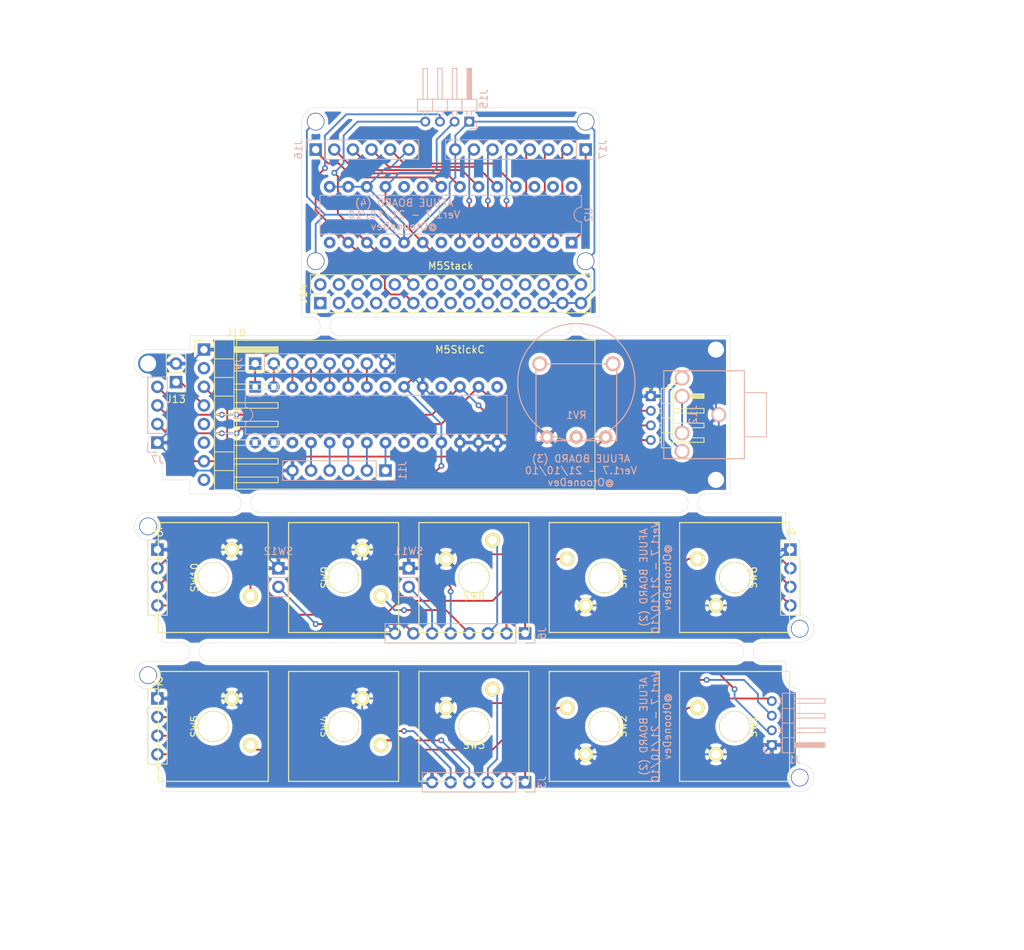
<source format=kicad_pcb>
(kicad_pcb (version 20171130) (host pcbnew "(5.1.8)-1")
  (layers (0 F.Cu signal) (31 B.Cu signal) (34 B.Paste user) (35 F.Paste user) (36 B.SilkS user) (37 F.SilkS user) (38 B.Mask user) (39 F.Mask user) (44 Edge.Cuts user))
  (net 0 "")
  (net 1 "Net-(J1-Pad4)")
  (net 2 "Net-(J1-Pad3)")
  (net 3 "Net-(J1-Pad2)")
  (net 4 "Net-(J3-Pad1)")
  (net 5 "Net-(J3-Pad2)")
  (net 6 "Net-(J3-Pad3)")
  (net 7 "Net-(J3-Pad4)")
  (net 8 "Net-(J3-Pad5)")
  (net 9 GND)
  (net 10 "Net-(J4-Pad4)")
  (net 11 "Net-(J4-Pad3)")
  (net 12 "Net-(J4-Pad2)")
  (net 13 GND1)
  (net 14 "Net-(J6-Pad1)")
  (net 15 "Net-(J6-Pad2)")
  (net 16 "Net-(J6-Pad3)")
  (net 17 "Net-(J6-Pad4)")
  (net 18 "Net-(J6-Pad5)")
  (net 19 GND2)
  (net 20 "Net-(J7-Pad3)")
  (net 21 "Net-(J7-Pad4)")
  (net 22 "Net-(J9-Pad1)")
  (net 23 "Net-(J9-Pad2)")
  (net 24 "Net-(J9-Pad3)")
  (net 25 "Net-(J9-Pad4)")
  (net 26 "Net-(J9-Pad5)")
  (net 27 "Net-(J9-Pad6)")
  (net 28 "Net-(J9-Pad7)")
  (net 29 "Net-(U1-Pad19)")
  (net 30 "Net-(U1-Pad20)")
  (net 31 "Net-(U1-Pad8)")
  (net 32 "Net-(U1-Pad11)")
  (net 33 "Net-(U1-Pad26)")
  (net 34 "Net-(U1-Pad27)")
  (net 35 "Net-(U1-Pad14)")
  (net 36 "Net-(U1-Pad28)")
  (net 37 "Net-(J6-Pad7)")
  (net 38 "Net-(J6-Pad6)")
  (net 39 +3V3)
  (net 40 "Net-(J10-Pad2)")
  (net 41 "Net-(J10-Pad3)")
  (net 42 "Net-(J10-Pad4)")
  (net 43 "Net-(J10-Pad5)")
  (net 44 "Net-(J10-Pad6)")
  (net 45 "Net-(J10-Pad8)")
  (net 46 "Net-(J11-Pad1)")
  (net 47 "Net-(J11-Pad2)")
  (net 48 "Net-(J11-Pad3)")
  (net 49 "Net-(J11-Pad4)")
  (net 50 "Net-(J11-Pad5)")
  (net 51 "Net-(J12-Pad2)")
  (net 52 "Net-(J12-Pad3)")
  (net 53 GND3)
  (net 54 "Net-(J14-Pad2)")
  (net 55 "Net-(J14-Pad4)")
  (net 56 "Net-(J14-Pad6)")
  (net 57 "Net-(J14-Pad7)")
  (net 58 "Net-(J14-Pad8)")
  (net 59 "Net-(J14-Pad9)")
  (net 60 "Net-(J14-Pad10)")
  (net 61 "Net-(J14-Pad11)")
  (net 62 "Net-(J14-Pad12)")
  (net 63 "Net-(J14-Pad13)")
  (net 64 "Net-(J14-Pad14)")
  (net 65 "Net-(J14-Pad15)")
  (net 66 "Net-(J14-Pad16)")
  (net 67 "Net-(J14-Pad17)")
  (net 68 "Net-(J14-Pad18)")
  (net 69 "Net-(J14-Pad19)")
  (net 70 "Net-(J14-Pad20)")
  (net 71 "Net-(J14-Pad21)")
  (net 72 "Net-(J14-Pad22)")
  (net 73 "Net-(J14-Pad23)")
  (net 74 "Net-(J14-Pad24)")
  (net 75 "Net-(J14-Pad26)")
  (net 76 "Net-(J14-Pad28)")
  (net 77 "Net-(J14-Pad30)")
  (net 78 "Net-(J16-Pad1)")
  (net 79 "Net-(J16-Pad2)")
  (net 80 "Net-(J16-Pad3)")
  (net 81 "Net-(J16-Pad4)")
  (net 82 "Net-(J16-Pad5)")
  (net 83 "Net-(J17-Pad1)")
  (net 84 "Net-(J17-Pad2)")
  (net 85 "Net-(J17-Pad3)")
  (net 86 "Net-(J17-Pad4)")
  (net 87 "Net-(J17-Pad5)")
  (net 88 "Net-(J17-Pad6)")
  (net 89 "Net-(J17-Pad7)")
  (net 90 "Net-(U2-Pad19)")
  (net 91 "Net-(U2-Pad20)")
  (net 92 "Net-(U2-Pad8)")
  (net 93 "Net-(U2-Pad11)")
  (net 94 "Net-(U2-Pad26)")
  (net 95 "Net-(U2-Pad27)")
  (net 96 "Net-(U2-Pad14)")
  (net 97 "Net-(U2-Pad28)")
  (net 98 "Net-(J14-Pad1)")
  (net 99 "Net-(J14-Pad3)")
  (net 100 "Net-(J14-Pad5)")
  (module Connector_PinHeader_2.54mm:PinHeader_1x08_P2.54mm_Horizontal (layer F.Cu) (at 114.935 75.565)
    (fp_text reference J10 (at 4.385 -2.27) (layer F.SilkS))
    (fp_text value Conn_01x08)
    (pad 1 thru_hole rect (at 0 0) (size 1.7 1.7) (drill 1) (layers *.Cu *.Mask) (net 19 GND2))
    (pad 2 thru_hole oval (at 0 2.54) (size 1.7 1.7) (drill 1) (layers *.Cu *.Mask) (net 40 "Net-(J10-Pad2)"))
    (pad 3 thru_hole oval (at 0 5.08) (size 1.7 1.7) (drill 1) (layers *.Cu *.Mask) (net 41 "Net-(J10-Pad3)"))
    (pad 4 thru_hole oval (at 0 7.62) (size 1.7 1.7) (drill 1) (layers *.Cu *.Mask) (net 42 "Net-(J10-Pad4)"))
    (pad 5 thru_hole oval (at 0 10.16) (size 1.7 1.7) (drill 1) (layers *.Cu *.Mask) (net 43 "Net-(J10-Pad5)"))
    (pad 6 thru_hole oval (at 0 12.7) (size 1.7 1.7) (drill 1) (layers *.Cu *.Mask) (net 44 "Net-(J10-Pad6)"))
    (pad 7 thru_hole oval (at 0 15.24) (size 1.7 1.7) (drill 1) (layers *.Cu *.Mask) (net 39 +3V3))
    (pad 8 thru_hole oval (at 0 17.78) (size 1.7 1.7) (drill 1) (layers *.Cu *.Mask) (net 45 "Net-(J10-Pad8)"))
  )
  (module CherryMX-Switch:CherryMX-Switch (layer F.Cu) (at 187.325 127 90)
    (fp_text reference SW1 (at 0 2.54 90) (layer F.SilkS))
    (fp_text value SW_Push)
    (pad 1 thru_hole circle (at -3.81 -2.54 90) (size 2 2) (drill 1.2) (layers *.Cu *.Mask F.SilkS) (net 9 GND))
    (pad 2 thru_hole circle (at 2.54 -5.08 90) (size 2 2) (drill 1.2) (layers *.Cu *.Mask F.SilkS) (net 4 "Net-(J3-Pad1)"))
    (pad 3 thru_hole circle (at 0 0 90) (size 4.2 4.2) (drill 4) (layers *.Cu *.Mask F.SilkS))
  )
  (module CherryMX-Switch:CherryMX-Switch (layer F.Cu) (at 169.545 127 90)
    (fp_text reference SW2 (at 0 2.54 90) (layer F.SilkS))
    (fp_text value SW_Push)
    (pad 1 thru_hole circle (at -3.81 -2.54 90) (size 2 2) (drill 1.2) (layers *.Cu *.Mask F.SilkS) (net 9 GND))
    (pad 2 thru_hole circle (at 2.54 -5.08 90) (size 2 2) (drill 1.2) (layers *.Cu *.Mask F.SilkS) (net 5 "Net-(J3-Pad2)"))
    (pad 3 thru_hole circle (at 0 0 90) (size 4.2 4.2) (drill 4) (layers *.Cu *.Mask F.SilkS))
  )
  (module CherryMX-Switch:CherryMX-Switch (layer F.Cu) (at 151.765 127)
    (fp_text reference SW3 (at 0 2.54) (layer F.SilkS))
    (fp_text value SW_Push)
    (pad 3 thru_hole circle (at 0 0) (size 4.2 4.2) (drill 4) (layers *.Cu *.Mask F.SilkS))
    (pad 2 thru_hole circle (at 2.54 -5.08) (size 2 2) (drill 1.2) (layers *.Cu *.Mask F.SilkS) (net 6 "Net-(J3-Pad3)"))
    (pad 1 thru_hole circle (at -3.81 -2.54) (size 2 2) (drill 1.2) (layers *.Cu *.Mask F.SilkS) (net 9 GND))
  )
  (module CherryMX-Switch:CherryMX-Switch (layer F.Cu) (at 133.985 127 270)
    (fp_text reference SW4 (at 0 2.54 90) (layer F.SilkS))
    (fp_text value SW_Push)
    (pad 1 thru_hole circle (at -3.81 -2.54 270) (size 2 2) (drill 1.2) (layers *.Cu *.Mask F.SilkS) (net 9 GND))
    (pad 2 thru_hole circle (at 2.54 -5.08 270) (size 2 2) (drill 1.2) (layers *.Cu *.Mask F.SilkS) (net 7 "Net-(J3-Pad4)"))
    (pad 3 thru_hole circle (at 0 0 270) (size 4.2 4.2) (drill 4) (layers *.Cu *.Mask F.SilkS))
  )
  (module CherryMX-Switch:CherryMX-Switch (layer F.Cu) (at 116.205 127 270)
    (fp_text reference SW5 (at 0 2.54 90) (layer F.SilkS))
    (fp_text value SW_Push)
    (pad 3 thru_hole circle (at 0 0 270) (size 4.2 4.2) (drill 4) (layers *.Cu *.Mask F.SilkS))
    (pad 2 thru_hole circle (at 2.54 -5.08 270) (size 2 2) (drill 1.2) (layers *.Cu *.Mask F.SilkS) (net 8 "Net-(J3-Pad5)"))
    (pad 1 thru_hole circle (at -3.81 -2.54 270) (size 2 2) (drill 1.2) (layers *.Cu *.Mask F.SilkS) (net 9 GND))
  )
  (module CherryMX-Switch:CherryMX-Switch (layer F.Cu) (at 187.325 106.68 90)
    (fp_text reference SW6 (at 0 2.54 90) (layer F.SilkS))
    (fp_text value SW_Push)
    (pad 1 thru_hole circle (at -3.81 -2.54 90) (size 2 2) (drill 1.2) (layers *.Cu *.Mask F.SilkS) (net 13 GND1))
    (pad 2 thru_hole circle (at 2.54 -5.08 90) (size 2 2) (drill 1.2) (layers *.Cu *.Mask F.SilkS) (net 14 "Net-(J6-Pad1)"))
    (pad 3 thru_hole circle (at 0 0 90) (size 4.2 4.2) (drill 4) (layers *.Cu *.Mask F.SilkS))
  )
  (module CherryMX-Switch:CherryMX-Switch (layer F.Cu) (at 169.545 106.68 90)
    (fp_text reference SW7 (at 0 2.54 90) (layer F.SilkS))
    (fp_text value SW_Push)
    (pad 3 thru_hole circle (at 0 0 90) (size 4.2 4.2) (drill 4) (layers *.Cu *.Mask F.SilkS))
    (pad 2 thru_hole circle (at 2.54 -5.08 90) (size 2 2) (drill 1.2) (layers *.Cu *.Mask F.SilkS) (net 15 "Net-(J6-Pad2)"))
    (pad 1 thru_hole circle (at -3.81 -2.54 90) (size 2 2) (drill 1.2) (layers *.Cu *.Mask F.SilkS) (net 13 GND1))
  )
  (module CherryMX-Switch:CherryMX-Switch (layer F.Cu) (at 151.765 106.68)
    (fp_text reference SW8 (at 0 2.54) (layer F.SilkS))
    (fp_text value SW_Push)
    (pad 1 thru_hole circle (at -3.81 -2.54) (size 2 2) (drill 1.2) (layers *.Cu *.Mask F.SilkS) (net 13 GND1))
    (pad 2 thru_hole circle (at 2.54 -5.08) (size 2 2) (drill 1.2) (layers *.Cu *.Mask F.SilkS) (net 16 "Net-(J6-Pad3)"))
    (pad 3 thru_hole circle (at 0 0) (size 4.2 4.2) (drill 4) (layers *.Cu *.Mask F.SilkS))
  )
  (module CherryMX-Switch:CherryMX-Switch (layer F.Cu) (at 133.985 106.68 270)
    (fp_text reference SW9 (at 0 2.54 90) (layer F.SilkS))
    (fp_text value SW_Push)
    (pad 3 thru_hole circle (at 0 0 270) (size 4.2 4.2) (drill 4) (layers *.Cu *.Mask F.SilkS))
    (pad 2 thru_hole circle (at 2.54 -5.08 270) (size 2 2) (drill 1.2) (layers *.Cu *.Mask F.SilkS) (net 17 "Net-(J6-Pad4)"))
    (pad 1 thru_hole circle (at -3.81 -2.54 270) (size 2 2) (drill 1.2) (layers *.Cu *.Mask F.SilkS) (net 13 GND1))
  )
  (module CherryMX-Switch:CherryMX-Switch (layer F.Cu) (at 116.205 106.68 270)
    (fp_text reference SW10 (at 0 2.54 90) (layer F.SilkS))
    (fp_text value SW_Push)
    (pad 1 thru_hole circle (at -3.81 -2.54 270) (size 2 2) (drill 1.2) (layers *.Cu *.Mask F.SilkS) (net 13 GND1))
    (pad 2 thru_hole circle (at 2.54 -5.08 270) (size 2 2) (drill 1.2) (layers *.Cu *.Mask F.SilkS) (net 18 "Net-(J6-Pad5)"))
    (pad 3 thru_hole circle (at 0 0 270) (size 4.2 4.2) (drill 4) (layers *.Cu *.Mask F.SilkS))
  )
  (module Package_DIP:DIP-28_W7.62mm (layer B.Cu) (at 121.92 80.645 270)
    (fp_text reference U1 (at 3.81 2.33 270) (layer B.SilkS) (effects (justify mirror)))
    (fp_text value MCP23S17_SP)
    (pad 1 thru_hole rect (at 0 0 270) (size 1.6 1.6) (drill 0.8) (layers *.Cu *.Mask) (net 22 "Net-(J9-Pad1)"))
    (pad 15 thru_hole oval (at 7.62 -33.02 270) (size 1.6 1.6) (drill 0.8) (layers *.Cu *.Mask) (net 19 GND2))
    (pad 2 thru_hole oval (at 0 -2.54 270) (size 1.6 1.6) (drill 0.8) (layers *.Cu *.Mask) (net 23 "Net-(J9-Pad2)"))
    (pad 16 thru_hole oval (at 7.62 -30.48 270) (size 1.6 1.6) (drill 0.8) (layers *.Cu *.Mask) (net 19 GND2))
    (pad 3 thru_hole oval (at 0 -5.08 270) (size 1.6 1.6) (drill 0.8) (layers *.Cu *.Mask) (net 24 "Net-(J9-Pad3)"))
    (pad 17 thru_hole oval (at 7.62 -27.94 270) (size 1.6 1.6) (drill 0.8) (layers *.Cu *.Mask) (net 19 GND2))
    (pad 4 thru_hole oval (at 0 -7.62 270) (size 1.6 1.6) (drill 0.8) (layers *.Cu *.Mask) (net 25 "Net-(J9-Pad4)"))
    (pad 18 thru_hole oval (at 7.62 -25.4 270) (size 1.6 1.6) (drill 0.8) (layers *.Cu *.Mask) (net 39 +3V3))
    (pad 5 thru_hole oval (at 0 -10.16 270) (size 1.6 1.6) (drill 0.8) (layers *.Cu *.Mask) (net 26 "Net-(J9-Pad5)"))
    (pad 19 thru_hole oval (at 7.62 -22.86 270) (size 1.6 1.6) (drill 0.8) (layers *.Cu *.Mask) (net 29 "Net-(U1-Pad19)"))
    (pad 6 thru_hole oval (at 0 -12.7 270) (size 1.6 1.6) (drill 0.8) (layers *.Cu *.Mask) (net 27 "Net-(J9-Pad6)"))
    (pad 20 thru_hole oval (at 7.62 -20.32 270) (size 1.6 1.6) (drill 0.8) (layers *.Cu *.Mask) (net 30 "Net-(U1-Pad20)"))
    (pad 7 thru_hole oval (at 0 -15.24 270) (size 1.6 1.6) (drill 0.8) (layers *.Cu *.Mask) (net 28 "Net-(J9-Pad7)"))
    (pad 21 thru_hole oval (at 7.62 -17.78 270) (size 1.6 1.6) (drill 0.8) (layers *.Cu *.Mask) (net 46 "Net-(J11-Pad1)"))
    (pad 8 thru_hole oval (at 0 -17.78 270) (size 1.6 1.6) (drill 0.8) (layers *.Cu *.Mask) (net 31 "Net-(U1-Pad8)"))
    (pad 22 thru_hole oval (at 7.62 -15.24 270) (size 1.6 1.6) (drill 0.8) (layers *.Cu *.Mask) (net 47 "Net-(J11-Pad2)"))
    (pad 9 thru_hole oval (at 0 -20.32 270) (size 1.6 1.6) (drill 0.8) (layers *.Cu *.Mask) (net 39 +3V3))
    (pad 23 thru_hole oval (at 7.62 -12.7 270) (size 1.6 1.6) (drill 0.8) (layers *.Cu *.Mask) (net 48 "Net-(J11-Pad3)"))
    (pad 10 thru_hole oval (at 0 -22.86 270) (size 1.6 1.6) (drill 0.8) (layers *.Cu *.Mask) (net 19 GND2))
    (pad 24 thru_hole oval (at 7.62 -10.16 270) (size 1.6 1.6) (drill 0.8) (layers *.Cu *.Mask) (net 49 "Net-(J11-Pad4)"))
    (pad 11 thru_hole oval (at 0 -25.4 270) (size 1.6 1.6) (drill 0.8) (layers *.Cu *.Mask) (net 32 "Net-(U1-Pad11)"))
    (pad 25 thru_hole oval (at 7.62 -7.62 270) (size 1.6 1.6) (drill 0.8) (layers *.Cu *.Mask) (net 50 "Net-(J11-Pad5)"))
    (pad 12 thru_hole oval (at 0 -27.94 270) (size 1.6 1.6) (drill 0.8) (layers *.Cu *.Mask) (net 21 "Net-(J7-Pad4)"))
    (pad 26 thru_hole oval (at 7.62 -5.08 270) (size 1.6 1.6) (drill 0.8) (layers *.Cu *.Mask) (net 33 "Net-(U1-Pad26)"))
    (pad 13 thru_hole oval (at 0 -30.48 270) (size 1.6 1.6) (drill 0.8) (layers *.Cu *.Mask) (net 20 "Net-(J7-Pad3)"))
    (pad 27 thru_hole oval (at 7.62 -2.54 270) (size 1.6 1.6) (drill 0.8) (layers *.Cu *.Mask) (net 34 "Net-(U1-Pad27)"))
    (pad 14 thru_hole oval (at 0 -33.02 270) (size 1.6 1.6) (drill 0.8) (layers *.Cu *.Mask) (net 35 "Net-(U1-Pad14)"))
    (pad 28 thru_hole oval (at 7.62 0 270) (size 1.6 1.6) (drill 0.8) (layers *.Cu *.Mask) (net 36 "Net-(U1-Pad28)"))
  )
  (module R1001-N16:R1001-N16 (layer B.Cu) (at 165.735 80.01 180)
    (fp_text reference RV1 (at 0 -4.5) (layer B.SilkS) (effects (justify mirror)))
    (fp_text value R_POT)
    (pad "" thru_hole circle (at 5 2.5 180) (size 2 2) (drill 1.4) (layers *.Cu *.Mask B.SilkS))
    (pad 3 thru_hole circle (at 4 -7.5 180) (size 1.8 1.8) (drill 1) (layers *.Cu *.Mask B.SilkS) (net 19 GND2))
    (pad 2 thru_hole circle (at 0 -7.5 180) (size 1.8 1.8) (drill 1) (layers *.Cu *.Mask B.SilkS) (net 51 "Net-(J12-Pad2)"))
    (pad 1 thru_hole circle (at -4 -7.5 180) (size 1.8 1.8) (drill 1) (layers *.Cu *.Mask B.SilkS) (net 41 "Net-(J10-Pad3)"))
    (pad "" thru_hole circle (at -5 2.5 180) (size 2 2) (drill 1.4) (layers *.Cu *.Mask B.SilkS))
  )
  (module Connector_PinHeader_2.54mm:PinHeader_1x02_P2.54mm_Vertical (layer B.Cu) (at 142.875 105.41 180)
    (fp_text reference SW11 (at 0 2.33) (layer B.SilkS) (effects (justify mirror)))
    (fp_text value SW_Push)
    (pad 2 thru_hole oval (at 0 -2.54 180) (size 1.7 1.7) (drill 1) (layers *.Cu *.Mask) (net 38 "Net-(J6-Pad6)"))
    (pad 1 thru_hole rect (at 0 0 180) (size 1.7 1.7) (drill 1) (layers *.Cu *.Mask) (net 13 GND1))
  )
  (module Connector_PinHeader_2.54mm:PinHeader_1x02_P2.54mm_Vertical (layer B.Cu) (at 125.095 105.41 180)
    (fp_text reference SW12 (at 0 2.33) (layer B.SilkS) (effects (justify mirror)))
    (fp_text value SW_Push)
    (pad 1 thru_hole rect (at 0 0 180) (size 1.7 1.7) (drill 1) (layers *.Cu *.Mask) (net 13 GND1))
    (pad 2 thru_hole oval (at 0 -2.54 180) (size 1.7 1.7) (drill 1) (layers *.Cu *.Mask) (net 37 "Net-(J6-Pad7)"))
  )
  (module Connector_PinHeader_2.00mm:PinHeader_1x04_P2.00mm_Horizontal (layer B.Cu) (at 192.405 129.54)
    (fp_text reference J1 (at 3.1 2) (layer B.SilkS) (effects (justify mirror)))
    (fp_text value Conn_01x04)
    (pad 4 thru_hole oval (at 0 -6) (size 1.35 1.35) (drill 0.8) (layers *.Cu *.Mask) (net 1 "Net-(J1-Pad4)"))
    (pad 3 thru_hole oval (at 0 -4) (size 1.35 1.35) (drill 0.8) (layers *.Cu *.Mask) (net 2 "Net-(J1-Pad3)"))
    (pad 2 thru_hole oval (at 0 -2) (size 1.35 1.35) (drill 0.8) (layers *.Cu *.Mask) (net 3 "Net-(J1-Pad2)"))
    (pad 1 thru_hole rect (at 0 0) (size 1.35 1.35) (drill 0.8) (layers *.Cu *.Mask) (net 9 GND))
  )
  (module Connector_PinHeader_2.00mm:PinHeader_1x04_P2.00mm_Horizontal (layer F.Cu) (at 175.895 81.915)
    (fp_text reference J8 (at 3.1 -2) (layer F.SilkS))
    (fp_text value Conn_01x04)
    (pad 1 thru_hole rect (at 0 0) (size 1.35 1.35) (drill 0.8) (layers *.Cu *.Mask) (net 19 GND2))
    (pad 2 thru_hole oval (at 0 2) (size 1.35 1.35) (drill 0.8) (layers *.Cu *.Mask) (net 39 +3V3))
    (pad 3 thru_hole oval (at 0 4) (size 1.35 1.35) (drill 0.8) (layers *.Cu *.Mask) (net 20 "Net-(J7-Pad3)"))
    (pad 4 thru_hole oval (at 0 6) (size 1.35 1.35) (drill 0.8) (layers *.Cu *.Mask) (net 21 "Net-(J7-Pad4)"))
  )
  (module Connector_PinHeader_2.54mm:PinHeader_1x04_P2.54mm_Vertical (layer F.Cu) (at 108.585 123.19)
    (fp_text reference J2 (at 0 -2.33) (layer F.SilkS))
    (fp_text value Conn_01x04)
    (pad 1 thru_hole rect (at 0 0) (size 1.7 1.7) (drill 1) (layers *.Cu *.Mask) (net 9 GND))
    (pad 2 thru_hole oval (at 0 2.54) (size 1.7 1.7) (drill 1) (layers *.Cu *.Mask) (net 3 "Net-(J1-Pad2)"))
    (pad 3 thru_hole oval (at 0 5.08) (size 1.7 1.7) (drill 1) (layers *.Cu *.Mask) (net 2 "Net-(J1-Pad3)"))
    (pad 4 thru_hole oval (at 0 7.62) (size 1.7 1.7) (drill 1) (layers *.Cu *.Mask) (net 1 "Net-(J1-Pad4)"))
  )
  (module Connector_PinHeader_2.54mm:PinHeader_1x06_P2.54mm_Vertical (layer B.Cu) (at 158.75 134.62 90)
    (fp_text reference J3 (at 0 2.33 90) (layer B.SilkS) (effects (justify mirror)))
    (fp_text value Conn_01x06)
    (pad 6 thru_hole oval (at 0 -12.7 90) (size 1.7 1.7) (drill 1) (layers *.Cu *.Mask) (net 9 GND))
    (pad 5 thru_hole oval (at 0 -10.16 90) (size 1.7 1.7) (drill 1) (layers *.Cu *.Mask) (net 8 "Net-(J3-Pad5)"))
    (pad 4 thru_hole oval (at 0 -7.62 90) (size 1.7 1.7) (drill 1) (layers *.Cu *.Mask) (net 7 "Net-(J3-Pad4)"))
    (pad 3 thru_hole oval (at 0 -5.08 90) (size 1.7 1.7) (drill 1) (layers *.Cu *.Mask) (net 6 "Net-(J3-Pad3)"))
    (pad 2 thru_hole oval (at 0 -2.54 90) (size 1.7 1.7) (drill 1) (layers *.Cu *.Mask) (net 5 "Net-(J3-Pad2)"))
    (pad 1 thru_hole rect (at 0 0 90) (size 1.7 1.7) (drill 1) (layers *.Cu *.Mask) (net 4 "Net-(J3-Pad1)"))
  )
  (module Connector_PinHeader_2.54mm:PinHeader_1x04_P2.54mm_Vertical (layer F.Cu) (at 194.945 102.87)
    (fp_text reference J4 (at 0 -2.33) (layer F.SilkS))
    (fp_text value Conn_01x04)
    (pad 4 thru_hole oval (at 0 7.62) (size 1.7 1.7) (drill 1) (layers *.Cu *.Mask) (net 10 "Net-(J4-Pad4)"))
    (pad 3 thru_hole oval (at 0 5.08) (size 1.7 1.7) (drill 1) (layers *.Cu *.Mask) (net 11 "Net-(J4-Pad3)"))
    (pad 2 thru_hole oval (at 0 2.54) (size 1.7 1.7) (drill 1) (layers *.Cu *.Mask) (net 12 "Net-(J4-Pad2)"))
    (pad 1 thru_hole rect (at 0 0) (size 1.7 1.7) (drill 1) (layers *.Cu *.Mask) (net 13 GND1))
  )
  (module Connector_PinHeader_2.54mm:PinHeader_1x04_P2.54mm_Vertical (layer F.Cu) (at 108.585 102.87)
    (fp_text reference J5 (at 0 -2.33) (layer F.SilkS))
    (fp_text value Conn_01x04)
    (pad 1 thru_hole rect (at 0 0) (size 1.7 1.7) (drill 1) (layers *.Cu *.Mask) (net 13 GND1))
    (pad 2 thru_hole oval (at 0 2.54) (size 1.7 1.7) (drill 1) (layers *.Cu *.Mask) (net 12 "Net-(J4-Pad2)"))
    (pad 3 thru_hole oval (at 0 5.08) (size 1.7 1.7) (drill 1) (layers *.Cu *.Mask) (net 11 "Net-(J4-Pad3)"))
    (pad 4 thru_hole oval (at 0 7.62) (size 1.7 1.7) (drill 1) (layers *.Cu *.Mask) (net 10 "Net-(J4-Pad4)"))
  )
  (module Connector_PinHeader_2.54mm:PinHeader_1x08_P2.54mm_Vertical (layer B.Cu) (at 158.75 114.3 90)
    (fp_text reference J6 (at 0 2.33 90) (layer B.SilkS) (effects (justify mirror)))
    (fp_text value Conn_01x08)
    (pad 1 thru_hole rect (at 0 0 90) (size 1.7 1.7) (drill 1) (layers *.Cu *.Mask) (net 14 "Net-(J6-Pad1)"))
    (pad 2 thru_hole oval (at 0 -2.54 90) (size 1.7 1.7) (drill 1) (layers *.Cu *.Mask) (net 15 "Net-(J6-Pad2)"))
    (pad 3 thru_hole oval (at 0 -5.08 90) (size 1.7 1.7) (drill 1) (layers *.Cu *.Mask) (net 16 "Net-(J6-Pad3)"))
    (pad 4 thru_hole oval (at 0 -7.62 90) (size 1.7 1.7) (drill 1) (layers *.Cu *.Mask) (net 17 "Net-(J6-Pad4)"))
    (pad 5 thru_hole oval (at 0 -10.16 90) (size 1.7 1.7) (drill 1) (layers *.Cu *.Mask) (net 18 "Net-(J6-Pad5)"))
    (pad 6 thru_hole oval (at 0 -12.7 90) (size 1.7 1.7) (drill 1) (layers *.Cu *.Mask) (net 38 "Net-(J6-Pad6)"))
    (pad 7 thru_hole oval (at 0 -15.24 90) (size 1.7 1.7) (drill 1) (layers *.Cu *.Mask) (net 37 "Net-(J6-Pad7)"))
    (pad 8 thru_hole oval (at 0 -17.78 90) (size 1.7 1.7) (drill 1) (layers *.Cu *.Mask) (net 13 GND1))
  )
  (module Connector_PinHeader_2.54mm:PinHeader_1x04_P2.54mm_Vertical (layer B.Cu) (at 108.585 88.265)
    (fp_text reference J7 (at 0 2.33) (layer B.SilkS) (effects (justify mirror)))
    (fp_text value Conn_01x04)
    (pad 4 thru_hole oval (at 0 -7.62) (size 1.7 1.7) (drill 1) (layers *.Cu *.Mask) (net 21 "Net-(J7-Pad4)"))
    (pad 3 thru_hole oval (at 0 -5.08) (size 1.7 1.7) (drill 1) (layers *.Cu *.Mask) (net 20 "Net-(J7-Pad3)"))
    (pad 2 thru_hole oval (at 0 -2.54) (size 1.7 1.7) (drill 1) (layers *.Cu *.Mask) (net 39 +3V3))
    (pad 1 thru_hole rect (at 0 0) (size 1.7 1.7) (drill 1) (layers *.Cu *.Mask) (net 19 GND2))
  )
  (module Connector_PinHeader_2.54mm:PinHeader_1x08_P2.54mm_Vertical (layer B.Cu) (at 121.92 77.47 270)
    (fp_text reference J9 (at 0 2.33 270) (layer B.SilkS) (effects (justify mirror)))
    (fp_text value Conn_01x08)
    (pad 8 thru_hole oval (at 0 -17.78 270) (size 1.7 1.7) (drill 1) (layers *.Cu *.Mask) (net 19 GND2))
    (pad 7 thru_hole oval (at 0 -15.24 270) (size 1.7 1.7) (drill 1) (layers *.Cu *.Mask) (net 28 "Net-(J9-Pad7)"))
    (pad 6 thru_hole oval (at 0 -12.7 270) (size 1.7 1.7) (drill 1) (layers *.Cu *.Mask) (net 27 "Net-(J9-Pad6)"))
    (pad 5 thru_hole oval (at 0 -10.16 270) (size 1.7 1.7) (drill 1) (layers *.Cu *.Mask) (net 26 "Net-(J9-Pad5)"))
    (pad 4 thru_hole oval (at 0 -7.62 270) (size 1.7 1.7) (drill 1) (layers *.Cu *.Mask) (net 25 "Net-(J9-Pad4)"))
    (pad 3 thru_hole oval (at 0 -5.08 270) (size 1.7 1.7) (drill 1) (layers *.Cu *.Mask) (net 24 "Net-(J9-Pad3)"))
    (pad 2 thru_hole oval (at 0 -2.54 270) (size 1.7 1.7) (drill 1) (layers *.Cu *.Mask) (net 23 "Net-(J9-Pad2)"))
    (pad 1 thru_hole rect (at 0 0 270) (size 1.7 1.7) (drill 1) (layers *.Cu *.Mask) (net 22 "Net-(J9-Pad1)"))
  )
  (module Connector_PinHeader_2.54mm:PinHeader_1x06_P2.54mm_Vertical (layer B.Cu) (at 139.7 92.075 90)
    (fp_text reference J11 (at 0 2.33 -90) (layer B.SilkS) (effects (justify mirror)))
    (fp_text value Conn_01x06)
    (pad 1 thru_hole rect (at 0 0 90) (size 1.7 1.7) (drill 1) (layers *.Cu *.Mask) (net 46 "Net-(J11-Pad1)"))
    (pad 2 thru_hole oval (at 0 -2.54 90) (size 1.7 1.7) (drill 1) (layers *.Cu *.Mask) (net 47 "Net-(J11-Pad2)"))
    (pad 3 thru_hole oval (at 0 -5.08 90) (size 1.7 1.7) (drill 1) (layers *.Cu *.Mask) (net 48 "Net-(J11-Pad3)"))
    (pad 4 thru_hole oval (at 0 -7.62 90) (size 1.7 1.7) (drill 1) (layers *.Cu *.Mask) (net 49 "Net-(J11-Pad4)"))
    (pad 5 thru_hole oval (at 0 -10.16 90) (size 1.7 1.7) (drill 1) (layers *.Cu *.Mask) (net 50 "Net-(J11-Pad5)"))
    (pad 6 thru_hole oval (at 0 -12.7 90) (size 1.7 1.7) (drill 1) (layers *.Cu *.Mask) (net 19 GND2))
  )
  (module "HPJack_PJ307:PJ-307 AudioJack" (layer B.Cu) (at 177.165 84.455 90)
    (fp_text reference J12 (at 0 4.5 -90) (layer B.SilkS) (effects (justify mirror)))
    (fp_text value Conn_01x05)
    (pad 1 thru_hole circle (at 0 8 90) (size 2 2) (drill 1.5) (layers *.Cu *.Mask B.SilkS) (net 19 GND2))
    (pad 2 thru_hole circle (at -5 3 90) (size 2 2) (drill 1.5) (layers *.Cu *.Mask B.SilkS) (net 51 "Net-(J12-Pad2)"))
    (pad 3 thru_hole circle (at -2.5 3 90) (size 2 2) (drill 1.5) (layers *.Cu *.Mask B.SilkS) (net 52 "Net-(J12-Pad3)"))
    (pad 4 thru_hole circle (at 2.5 3 90) (size 2 2) (drill 1.5) (layers *.Cu *.Mask B.SilkS) (net 52 "Net-(J12-Pad3)"))
    (pad 5 thru_hole circle (at 5 3 90) (size 2 2) (drill 1.5) (layers *.Cu *.Mask B.SilkS) (net 51 "Net-(J12-Pad2)"))
  )
  (module Connector_PinHeader_2.54mm:PinHeader_1x02_P2.54mm_Vertical (layer F.Cu) (at 111.125 80.01 180)
    (fp_text reference J13 (at 0 -2.33 180) (layer F.SilkS))
    (fp_text value Conn_01x02)
    (pad 1 thru_hole rect (at 0 0 180) (size 1.7 1.7) (drill 1) (layers *.Cu *.Mask) (net 42 "Net-(J10-Pad4)"))
    (pad 2 thru_hole oval (at 0 2.54 180) (size 1.7 1.7) (drill 1) (layers *.Cu *.Mask) (net 19 GND2))
  )
  (module Connector_PinHeader_2.54mm:PinHeader_2x15_P2.54mm_Vertical (layer F.Cu) (at 130.81 69.215 90)
    (fp_text reference J14 (at 1.27 -2.33 90) (layer F.SilkS))
    (fp_text value Conn_02x15_Odd_Even)
    (pad 1 thru_hole rect (at 0 0 90) (size 1.7 1.7) (drill 1) (layers *.Cu *.Mask) (net 98 "Net-(J14-Pad1)"))
    (pad 2 thru_hole oval (at 2.54 0 90) (size 1.7 1.7) (drill 1) (layers *.Cu *.Mask) (net 54 "Net-(J14-Pad2)"))
    (pad 3 thru_hole oval (at 0 2.54 90) (size 1.7 1.7) (drill 1) (layers *.Cu *.Mask) (net 99 "Net-(J14-Pad3)"))
    (pad 4 thru_hole oval (at 2.54 2.54 90) (size 1.7 1.7) (drill 1) (layers *.Cu *.Mask) (net 55 "Net-(J14-Pad4)"))
    (pad 5 thru_hole oval (at 0 5.08 90) (size 1.7 1.7) (drill 1) (layers *.Cu *.Mask) (net 100 "Net-(J14-Pad5)"))
    (pad 6 thru_hole oval (at 2.54 5.08 90) (size 1.7 1.7) (drill 1) (layers *.Cu *.Mask) (net 56 "Net-(J14-Pad6)"))
    (pad 7 thru_hole oval (at 0 7.62 90) (size 1.7 1.7) (drill 1) (layers *.Cu *.Mask) (net 57 "Net-(J14-Pad7)"))
    (pad 8 thru_hole oval (at 2.54 7.62 90) (size 1.7 1.7) (drill 1) (layers *.Cu *.Mask) (net 58 "Net-(J14-Pad8)"))
    (pad 9 thru_hole oval (at 0 10.16 90) (size 1.7 1.7) (drill 1) (layers *.Cu *.Mask) (net 59 "Net-(J14-Pad9)"))
    (pad 10 thru_hole oval (at 2.54 10.16 90) (size 1.7 1.7) (drill 1) (layers *.Cu *.Mask) (net 60 "Net-(J14-Pad10)"))
    (pad 11 thru_hole oval (at 0 12.7 90) (size 1.7 1.7) (drill 1) (layers *.Cu *.Mask) (net 61 "Net-(J14-Pad11)"))
    (pad 12 thru_hole oval (at 2.54 12.7 90) (size 1.7 1.7) (drill 1) (layers *.Cu *.Mask) (net 62 "Net-(J14-Pad12)"))
    (pad 13 thru_hole oval (at 0 15.24 90) (size 1.7 1.7) (drill 1) (layers *.Cu *.Mask) (net 63 "Net-(J14-Pad13)"))
    (pad 14 thru_hole oval (at 2.54 15.24 90) (size 1.7 1.7) (drill 1) (layers *.Cu *.Mask) (net 64 "Net-(J14-Pad14)"))
    (pad 15 thru_hole oval (at 0 17.78 90) (size 1.7 1.7) (drill 1) (layers *.Cu *.Mask) (net 65 "Net-(J14-Pad15)"))
    (pad 16 thru_hole oval (at 2.54 17.78 90) (size 1.7 1.7) (drill 1) (layers *.Cu *.Mask) (net 66 "Net-(J14-Pad16)"))
    (pad 17 thru_hole oval (at 0 20.32 90) (size 1.7 1.7) (drill 1) (layers *.Cu *.Mask) (net 67 "Net-(J14-Pad17)"))
    (pad 18 thru_hole oval (at 2.54 20.32 90) (size 1.7 1.7) (drill 1) (layers *.Cu *.Mask) (net 68 "Net-(J14-Pad18)"))
    (pad 19 thru_hole oval (at 0 22.86 90) (size 1.7 1.7) (drill 1) (layers *.Cu *.Mask) (net 69 "Net-(J14-Pad19)"))
    (pad 20 thru_hole oval (at 2.54 22.86 90) (size 1.7 1.7) (drill 1) (layers *.Cu *.Mask) (net 70 "Net-(J14-Pad20)"))
    (pad 21 thru_hole oval (at 0 25.4 90) (size 1.7 1.7) (drill 1) (layers *.Cu *.Mask) (net 71 "Net-(J14-Pad21)"))
    (pad 22 thru_hole oval (at 2.54 25.4 90) (size 1.7 1.7) (drill 1) (layers *.Cu *.Mask) (net 72 "Net-(J14-Pad22)"))
    (pad 23 thru_hole oval (at 0 27.94 90) (size 1.7 1.7) (drill 1) (layers *.Cu *.Mask) (net 73 "Net-(J14-Pad23)"))
    (pad 24 thru_hole oval (at 2.54 27.94 90) (size 1.7 1.7) (drill 1) (layers *.Cu *.Mask) (net 74 "Net-(J14-Pad24)"))
    (pad 25 thru_hole oval (at 0 30.48 90) (size 1.7 1.7) (drill 1) (layers *.Cu *.Mask) (net 53 GND3))
    (pad 26 thru_hole oval (at 2.54 30.48 90) (size 1.7 1.7) (drill 1) (layers *.Cu *.Mask) (net 75 "Net-(J14-Pad26)"))
    (pad 27 thru_hole oval (at 0 33.02 90) (size 1.7 1.7) (drill 1) (layers *.Cu *.Mask) (net 53 GND3))
    (pad 28 thru_hole oval (at 2.54 33.02 90) (size 1.7 1.7) (drill 1) (layers *.Cu *.Mask) (net 76 "Net-(J14-Pad28)"))
    (pad 29 thru_hole oval (at 0 35.56 90) (size 1.7 1.7) (drill 1) (layers *.Cu *.Mask) (net 53 GND3))
    (pad 30 thru_hole oval (at 2.54 35.56 90) (size 1.7 1.7) (drill 1) (layers *.Cu *.Mask) (net 77 "Net-(J14-Pad30)"))
  )
  (module Connector_PinHeader_2.00mm:PinHeader_1x04_P2.00mm_Horizontal (layer B.Cu) (at 151.13 44.45 90)
    (fp_text reference J15 (at 3.1 2 90) (layer B.SilkS) (effects (justify mirror)))
    (fp_text value Conn_01x04)
    (pad 1 thru_hole rect (at 0 0 90) (size 1.35 1.35) (drill 0.8) (layers *.Cu *.Mask) (net 53 GND3))
    (pad 2 thru_hole oval (at 0 -2 90) (size 1.35 1.35) (drill 0.8) (layers *.Cu *.Mask) (net 70 "Net-(J14-Pad20)"))
    (pad 3 thru_hole oval (at 0 -4 90) (size 1.35 1.35) (drill 0.8) (layers *.Cu *.Mask) (net 61 "Net-(J14-Pad11)"))
    (pad 4 thru_hole oval (at 0 -6 90) (size 1.35 1.35) (drill 0.8) (layers *.Cu *.Mask) (net 62 "Net-(J14-Pad12)"))
  )
  (module Connector_PinHeader_2.54mm:PinHeader_1x06_P2.54mm_Vertical (layer B.Cu) (at 130.175 48.26 270)
    (fp_text reference J16 (at 0 2.33 90) (layer B.SilkS) (effects (justify mirror)))
    (fp_text value Conn_01x06)
    (pad 1 thru_hole rect (at 0 0 270) (size 1.7 1.7) (drill 1) (layers *.Cu *.Mask) (net 78 "Net-(J16-Pad1)"))
    (pad 2 thru_hole oval (at 0 -2.54 270) (size 1.7 1.7) (drill 1) (layers *.Cu *.Mask) (net 79 "Net-(J16-Pad2)"))
    (pad 3 thru_hole oval (at 0 -5.08 270) (size 1.7 1.7) (drill 1) (layers *.Cu *.Mask) (net 80 "Net-(J16-Pad3)"))
    (pad 4 thru_hole oval (at 0 -7.62 270) (size 1.7 1.7) (drill 1) (layers *.Cu *.Mask) (net 81 "Net-(J16-Pad4)"))
    (pad 5 thru_hole oval (at 0 -10.16 270) (size 1.7 1.7) (drill 1) (layers *.Cu *.Mask) (net 82 "Net-(J16-Pad5)"))
    (pad 6 thru_hole oval (at 0 -12.7 270) (size 1.7 1.7) (drill 1) (layers *.Cu *.Mask) (net 53 GND3))
  )
  (module Connector_PinHeader_2.54mm:PinHeader_1x08_P2.54mm_Vertical (layer B.Cu) (at 167.005 48.26 90)
    (fp_text reference J17 (at 0 2.33 90) (layer B.SilkS) (effects (justify mirror)))
    (fp_text value Conn_01x08)
    (pad 1 thru_hole rect (at 0 0 90) (size 1.7 1.7) (drill 1) (layers *.Cu *.Mask) (net 83 "Net-(J17-Pad1)"))
    (pad 2 thru_hole oval (at 0 -2.54 90) (size 1.7 1.7) (drill 1) (layers *.Cu *.Mask) (net 84 "Net-(J17-Pad2)"))
    (pad 3 thru_hole oval (at 0 -5.08 90) (size 1.7 1.7) (drill 1) (layers *.Cu *.Mask) (net 85 "Net-(J17-Pad3)"))
    (pad 4 thru_hole oval (at 0 -7.62 90) (size 1.7 1.7) (drill 1) (layers *.Cu *.Mask) (net 86 "Net-(J17-Pad4)"))
    (pad 5 thru_hole oval (at 0 -10.16 90) (size 1.7 1.7) (drill 1) (layers *.Cu *.Mask) (net 87 "Net-(J17-Pad5)"))
    (pad 6 thru_hole oval (at 0 -12.7 90) (size 1.7 1.7) (drill 1) (layers *.Cu *.Mask) (net 88 "Net-(J17-Pad6)"))
    (pad 7 thru_hole oval (at 0 -15.24 90) (size 1.7 1.7) (drill 1) (layers *.Cu *.Mask) (net 89 "Net-(J17-Pad7)"))
    (pad 8 thru_hole oval (at 0 -17.78 90) (size 1.7 1.7) (drill 1) (layers *.Cu *.Mask) (net 53 GND3))
  )
  (module Package_DIP:DIP-28_W7.62mm (layer B.Cu) (at 165.1 60.96 90)
    (fp_text reference U2 (at 3.81 2.33 270) (layer B.SilkS) (effects (justify mirror)))
    (fp_text value MCP23S17_SP)
    (pad 1 thru_hole rect (at 0 0 90) (size 1.6 1.6) (drill 0.8) (layers *.Cu *.Mask) (net 83 "Net-(J17-Pad1)"))
    (pad 15 thru_hole oval (at 7.62 -33.02 90) (size 1.6 1.6) (drill 0.8) (layers *.Cu *.Mask) (net 53 GND3))
    (pad 2 thru_hole oval (at 0 -2.54 90) (size 1.6 1.6) (drill 0.8) (layers *.Cu *.Mask) (net 84 "Net-(J17-Pad2)"))
    (pad 16 thru_hole oval (at 7.62 -30.48 90) (size 1.6 1.6) (drill 0.8) (layers *.Cu *.Mask) (net 53 GND3))
    (pad 3 thru_hole oval (at 0 -5.08 90) (size 1.6 1.6) (drill 0.8) (layers *.Cu *.Mask) (net 85 "Net-(J17-Pad3)"))
    (pad 17 thru_hole oval (at 7.62 -27.94 90) (size 1.6 1.6) (drill 0.8) (layers *.Cu *.Mask) (net 53 GND3))
    (pad 4 thru_hole oval (at 0 -7.62 90) (size 1.6 1.6) (drill 0.8) (layers *.Cu *.Mask) (net 86 "Net-(J17-Pad4)"))
    (pad 18 thru_hole oval (at 7.62 -25.4 90) (size 1.6 1.6) (drill 0.8) (layers *.Cu *.Mask) (net 70 "Net-(J14-Pad20)"))
    (pad 5 thru_hole oval (at 0 -10.16 90) (size 1.6 1.6) (drill 0.8) (layers *.Cu *.Mask) (net 87 "Net-(J17-Pad5)"))
    (pad 19 thru_hole oval (at 7.62 -22.86 90) (size 1.6 1.6) (drill 0.8) (layers *.Cu *.Mask) (net 90 "Net-(U2-Pad19)"))
    (pad 6 thru_hole oval (at 0 -12.7 90) (size 1.6 1.6) (drill 0.8) (layers *.Cu *.Mask) (net 88 "Net-(J17-Pad6)"))
    (pad 20 thru_hole oval (at 7.62 -20.32 90) (size 1.6 1.6) (drill 0.8) (layers *.Cu *.Mask) (net 91 "Net-(U2-Pad20)"))
    (pad 7 thru_hole oval (at 0 -15.24 90) (size 1.6 1.6) (drill 0.8) (layers *.Cu *.Mask) (net 89 "Net-(J17-Pad7)"))
    (pad 21 thru_hole oval (at 7.62 -17.78 90) (size 1.6 1.6) (drill 0.8) (layers *.Cu *.Mask) (net 78 "Net-(J16-Pad1)"))
    (pad 8 thru_hole oval (at 0 -17.78 90) (size 1.6 1.6) (drill 0.8) (layers *.Cu *.Mask) (net 92 "Net-(U2-Pad8)"))
    (pad 22 thru_hole oval (at 7.62 -15.24 90) (size 1.6 1.6) (drill 0.8) (layers *.Cu *.Mask) (net 79 "Net-(J16-Pad2)"))
    (pad 9 thru_hole oval (at 0 -20.32 90) (size 1.6 1.6) (drill 0.8) (layers *.Cu *.Mask) (net 70 "Net-(J14-Pad20)"))
    (pad 23 thru_hole oval (at 7.62 -12.7 90) (size 1.6 1.6) (drill 0.8) (layers *.Cu *.Mask) (net 80 "Net-(J16-Pad3)"))
    (pad 10 thru_hole oval (at 0 -22.86 90) (size 1.6 1.6) (drill 0.8) (layers *.Cu *.Mask) (net 53 GND3))
    (pad 24 thru_hole oval (at 7.62 -10.16 90) (size 1.6 1.6) (drill 0.8) (layers *.Cu *.Mask) (net 81 "Net-(J16-Pad4)"))
    (pad 11 thru_hole oval (at 0 -25.4 90) (size 1.6 1.6) (drill 0.8) (layers *.Cu *.Mask) (net 93 "Net-(U2-Pad11)"))
    (pad 25 thru_hole oval (at 7.62 -7.62 90) (size 1.6 1.6) (drill 0.8) (layers *.Cu *.Mask) (net 82 "Net-(J16-Pad5)"))
    (pad 12 thru_hole oval (at 0 -27.94 90) (size 1.6 1.6) (drill 0.8) (layers *.Cu *.Mask) (net 62 "Net-(J14-Pad12)"))
    (pad 26 thru_hole oval (at 7.62 -5.08 90) (size 1.6 1.6) (drill 0.8) (layers *.Cu *.Mask) (net 94 "Net-(U2-Pad26)"))
    (pad 13 thru_hole oval (at 0 -30.48 90) (size 1.6 1.6) (drill 0.8) (layers *.Cu *.Mask) (net 61 "Net-(J14-Pad11)"))
    (pad 27 thru_hole oval (at 7.62 -2.54 90) (size 1.6 1.6) (drill 0.8) (layers *.Cu *.Mask) (net 95 "Net-(U2-Pad27)"))
    (pad 14 thru_hole oval (at 0 -33.02 90) (size 1.6 1.6) (drill 0.8) (layers *.Cu *.Mask) (net 96 "Net-(U2-Pad14)"))
    (pad 28 thru_hole oval (at 7.62 0 90) (size 1.6 1.6) (drill 0.8) (layers *.Cu *.Mask) (net 97 "Net-(U2-Pad28)"))
  )
  (gr_text M5Stack (at 148.59 64.135) (layer F.SilkS) (effects (font (size 1 1))))
  (gr_text "AFUUE BOARD (4)\nVer1.7 - 21/10/10\n@OtooneDev" (at 142.24 57.15) (layer B.SilkS) (effects (font (size 1 1)) (justify mirror)))
  (gr_line (start 168.91 44.45) (end 168.91 55.245) (layer Edge.Cuts) (width 0.05))
  (gr_line (start 128.27 55.245) (end 128.27 44.45) (layer Edge.Cuts) (width 0.05))
  (gr_line (start 128.27 71.12) (end 129.54 71.12) (layer Edge.Cuts) (width 0.05))
  (gr_line (start 167.64 71.12) (end 168.91 71.12) (layer Edge.Cuts) (width 0.05))
  (gr_arc (start 133.35 72.39) (end 133.35 71.12) (angle -180) (layer Edge.Cuts) (width 0.05))
  (gr_arc (start 129.54 72.39) (end 129.54 73.66) (angle -180) (layer Edge.Cuts) (width 0.05))
  (gr_arc (start 163.83 72.39) (end 163.83 73.66) (angle -180) (layer Edge.Cuts) (width 0.05))
  (gr_arc (start 167.64 72.39) (end 167.64 71.12) (angle -180) (layer Edge.Cuts) (width 0.05))
  (gr_line (start 163.83 71.12) (end 133.35 71.12) (layer Edge.Cuts) (width 0.05))
  (gr_line (start 128.27 55.245) (end 128.27 71.12) (layer Edge.Cuts) (width 0.05))
  (gr_line (start 130.175 42.545) (end 167.005 42.545) (layer Edge.Cuts) (width 0.05))
  (gr_arc (start 130.175 44.45) (end 130.175 42.545) (angle -90) (layer Edge.Cuts) (width 0.05))
  (gr_line (start 168.91 55.245) (end 168.91 71.12) (layer Edge.Cuts) (width 0.05))
  (gr_arc (start 167.005 44.45) (end 168.91 44.45) (angle -90) (layer Edge.Cuts) (width 0.05))
  (gr_line (start 167.64 73.66) (end 186.69 73.66) (layer Edge.Cuts) (width 0.05))
  (gr_line (start 133.35 73.66) (end 163.83 73.66) (layer Edge.Cuts) (width 0.05))
  (gr_text M5StickC (at 149.86 75.565) (layer F.SilkS) (effects (font (size 1 1))))
  (gr_line (start 119.38 94.615) (end 119.38 74.295) (layer F.SilkS) (width 0.12))
  (gr_line (start 168.275 94.615) (end 119.38 94.615) (layer F.SilkS) (width 0.12))
  (gr_line (start 168.275 74.295) (end 168.275 94.615) (layer F.SilkS) (width 0.12))
  (gr_line (start 119.38 74.295) (end 168.275 74.295) (layer F.SilkS) (width 0.12))
  (gr_line (start 183.515 97.79) (end 194.31 97.79) (layer Edge.Cuts) (width 0.05))
  (gr_line (start 186.69 73.66) (end 186.69 95.25) (layer Edge.Cuts) (width 0.05))
  (gr_line (start 113.03 73.66) (end 129.54 73.66) (layer Edge.Cuts) (width 0.05))
  (gr_line (start 113.03 75.565) (end 113.03 73.66) (layer Edge.Cuts) (width 0.05))
  (gr_line (start 107.315 75.565) (end 113.03 75.565) (layer Edge.Cuts) (width 0.05))
  (gr_line (start 183.515 95.25) (end 186.69 95.25) (layer Edge.Cuts) (width 0.05))
  (gr_arc (start 183.515 96.52) (end 183.515 95.25) (angle -180) (layer Edge.Cuts) (width 0.05))
  (gr_arc (start 179.705 96.52) (end 179.705 97.79) (angle -180) (layer Edge.Cuts) (width 0.05))
  (gr_line (start 179.705 95.25) (end 122.555 95.25) (layer Edge.Cuts) (width 0.05))
  (gr_line (start 113.03 95.25) (end 118.745 95.25) (layer Edge.Cuts) (width 0.05))
  (gr_line (start 113.03 93.345) (end 113.03 95.25) (layer Edge.Cuts) (width 0.05))
  (gr_line (start 109.22 93.345) (end 113.03 93.345) (layer Edge.Cuts) (width 0.05))
  (gr_arc (start 107.315 77.47) (end 107.315 75.565) (angle -180) (layer Edge.Cuts) (width 0.05))
  (gr_text "AFUUE BOARD (2)\nVer1.7 - 21/10/10\n@OtooneDev" (at 176.53 127 90) (layer B.SilkS) (effects (font (size 1 1)) (justify mirror)))
  (gr_text "AFUUE BOARD (2)\nVer1.7 - 21/10/10\n@OtooneDev" (at 176.53 106.68 90) (layer B.SilkS) (effects (font (size 1 1)) (justify mirror)))
  (gr_text "AFUUE BOARD (3)\nVer1.7 - 21/10/10\n@OtooneDev" (at 166.37 92.075) (layer B.SilkS) (effects (font (size 1 1)) (justify mirror)))
  (gr_line (start 109.22 93.345) (end 109.22 91.44) (layer Edge.Cuts) (width 0.05))
  (gr_line (start 122.555 97.79) (end 179.705 97.79) (layer Edge.Cuts) (width 0.05))
  (gr_line (start 107.315 97.79) (end 118.745 97.79) (layer Edge.Cuts) (width 0.05))
  (gr_line (start 107.315 79.375) (end 107.315 89.535) (layer Edge.Cuts) (width 0.05))
  (gr_arc (start 107.315 91.44) (end 109.22 91.44) (angle -90) (layer Edge.Cuts) (width 0.05))
  (gr_arc (start 122.555 96.52) (end 122.555 95.25) (angle -180) (layer Edge.Cuts) (width 0.05))
  (gr_arc (start 118.745 96.52) (end 118.745 97.79) (angle -180) (layer Edge.Cuts) (width 0.05))
  (gr_line (start 187.325 118.11) (end 115.57 118.11) (layer Edge.Cuts) (width 0.05))
  (gr_line (start 115.57 115.57) (end 187.325 115.57) (layer Edge.Cuts) (width 0.05))
  (gr_line (start 111.76 118.11) (end 107.315 118.11) (layer Edge.Cuts) (width 0.05))
  (gr_line (start 109.22 115.57) (end 111.76 115.57) (layer Edge.Cuts) (width 0.05))
  (gr_arc (start 115.57 116.84) (end 115.57 115.57) (angle -180) (layer Edge.Cuts) (width 0.05))
  (gr_arc (start 111.76 116.84) (end 111.76 118.11) (angle -180) (layer Edge.Cuts) (width 0.05))
  (gr_arc (start 187.325 116.84) (end 187.325 118.11) (angle -180) (layer Edge.Cuts) (width 0.05))
  (gr_line (start 191.135 118.11) (end 194.31 118.11) (layer Edge.Cuts) (width 0.05))
  (gr_line (start 191.135 115.57) (end 196.215 115.57) (layer Edge.Cuts) (width 0.05))
  (gr_arc (start 191.135 116.84) (end 191.135 115.57) (angle -180) (layer Edge.Cuts) (width 0.05))
  (gr_line (start 196.215 111.76) (end 196.215 101.6) (layer Edge.Cuts) (width 0.05))
  (gr_line (start 107.315 101.6) (end 107.315 111.76) (layer Edge.Cuts) (width 0.05))
  (gr_line (start 109.22 115.57) (end 109.22 113.665) (layer Edge.Cuts) (width 0.05))
  (gr_arc (start 107.315 113.665) (end 109.22 113.665) (angle -90) (layer Edge.Cuts) (width 0.05))
  (gr_line (start 194.31 99.695) (end 194.31 97.79) (layer Edge.Cuts) (width 0.05))
  (gr_arc (start 196.215 99.695) (end 194.31 99.695) (angle -90) (layer Edge.Cuts) (width 0.05))
  (gr_arc (start 196.215 113.665) (end 196.215 115.57) (angle -180) (layer Edge.Cuts) (width 0.05))
  (gr_arc (start 107.315 99.695) (end 107.315 97.79) (angle -180) (layer Edge.Cuts) (width 0.05))
  (gr_line (start 107.315 132.08) (end 107.315 121.92) (layer Edge.Cuts) (width 0.05))
  (gr_line (start 109.22 135.89) (end 109.22 133.985) (layer Edge.Cuts) (width 0.05))
  (gr_arc (start 107.315 133.985) (end 109.22 133.985) (angle -90) (layer Edge.Cuts) (width 0.05))
  (gr_arc (start 107.315 120.015) (end 107.315 118.11) (angle -180) (layer Edge.Cuts) (width 0.05))
  (gr_line (start 194.31 120.015) (end 194.31 118.11) (layer Edge.Cuts) (width 0.05))
  (gr_line (start 196.215 132.08) (end 196.215 121.92) (layer Edge.Cuts) (width 0.05))
  (gr_arc (start 196.215 120.015) (end 194.31 120.015) (angle -90) (layer Edge.Cuts) (width 0.05))
  (gr_arc (start 196.215 133.985) (end 196.215 135.89) (angle -180) (layer Edge.Cuts) (width 0.05))
  (gr_line (start 196.215 135.89) (end 109.22 135.89) (layer Edge.Cuts) (width 0.05))
  (via (at 107.315 120.015) (size 2.4) (drill 2.2) (layers F.Cu B.Cu) (net 0))
  (via (at 196.215 133.985) (size 2.4) (drill 2.2) (layers F.Cu B.Cu) (net 0))
  (via (at 107.315 99.695) (size 2.4) (drill 2.2) (layers F.Cu B.Cu) (net 0))
  (via (at 196.215 113.665) (size 2.4) (drill 2.2) (layers F.Cu B.Cu) (net 0))
  (via (at 107.315 77.47) (size 2.4) (drill 2.2) (layers F.Cu B.Cu) (net 19))
  (segment (start 184.785 121.92) (end 186.055 123.19) (width 0.25) (layer F.Cu) (net 1))
  (segment (start 108.585 130.81) (end 118.11 130.81) (width 0.25) (layer F.Cu) (net 1))
  (segment (start 118.11 130.81) (end 119.38 132.08) (width 0.25) (layer F.Cu) (net 1))
  (segment (start 140.335 132.08) (end 142.24 130.175) (width 0.25) (layer F.Cu) (net 1))
  (segment (start 119.38 132.08) (end 140.335 132.08) (width 0.25) (layer F.Cu) (net 1))
  (segment (start 142.24 130.175) (end 154.305 130.175) (width 0.25) (layer F.Cu) (net 1))
  (segment (start 154.305 130.175) (end 162.56 121.92) (width 0.25) (layer F.Cu) (net 1))
  (segment (start 162.56 121.92) (end 184.785 121.92) (width 0.25) (layer F.Cu) (net 1))
  (segment (start 192.055 123.19) (end 192.405 123.54) (width 0.25) (layer F.Cu) (net 1))
  (segment (start 186.055 123.19) (end 192.055 123.19) (width 0.25) (layer F.Cu) (net 1))
  (via (at 183.515 120.65) (size 0.8) (drill 0.4) (layers F.Cu B.Cu) (net 2))
  (segment (start 108.585 128.27) (end 109.855 128.27) (width 0.25) (layer F.Cu) (net 2))
  (segment (start 109.855 128.27) (end 117.475 120.65) (width 0.25) (layer F.Cu) (net 2))
  (segment (start 149.86 120.65) (end 153.035 123.825) (width 0.25) (layer F.Cu) (net 2))
  (segment (start 182.245 120.65) (end 183.515 120.65) (width 0.25) (layer F.Cu) (net 2))
  (segment (start 117.475 120.65) (end 149.86 120.65) (width 0.25) (layer F.Cu) (net 2))
  (segment (start 153.035 123.825) (end 156.845 123.825) (width 0.25) (layer F.Cu) (net 2))
  (segment (start 156.845 123.825) (end 160.02 120.65) (width 0.25) (layer F.Cu) (net 2))
  (segment (start 160.02 120.65) (end 182.245 120.65) (width 0.25) (layer F.Cu) (net 2))
  (segment (start 190.5 123.635) (end 192.405 125.54) (width 0.25) (layer B.Cu) (net 2))
  (segment (start 190.5 122.555) (end 190.5 123.635) (width 0.25) (layer B.Cu) (net 2))
  (segment (start 188.595 120.65) (end 190.5 122.555) (width 0.25) (layer B.Cu) (net 2))
  (segment (start 183.515 120.65) (end 188.595 120.65) (width 0.25) (layer B.Cu) (net 2))
  (via (at 187.325 121.92) (size 0.8) (drill 0.4) (layers F.Cu B.Cu) (net 3))
  (segment (start 184.785 119.38) (end 187.325 121.92) (width 0.25) (layer F.Cu) (net 3))
  (segment (start 116.205 119.38) (end 184.785 119.38) (width 0.25) (layer F.Cu) (net 3))
  (segment (start 109.855 125.73) (end 116.205 119.38) (width 0.25) (layer F.Cu) (net 3))
  (segment (start 108.585 125.73) (end 109.855 125.73) (width 0.25) (layer F.Cu) (net 3))
  (segment (start 187.325 121.92) (end 187.325 123.19) (width 0.25) (layer B.Cu) (net 3))
  (segment (start 191.675 127.54) (end 192.405 127.54) (width 0.25) (layer B.Cu) (net 3))
  (segment (start 187.325 123.19) (end 191.675 127.54) (width 0.25) (layer B.Cu) (net 3))
  (segment (start 158.75 132.715) (end 158.75 134.62) (width 0.25) (layer F.Cu) (net 4))
  (segment (start 182.245 124.46) (end 180.975 124.46) (width 0.25) (layer F.Cu) (net 4))
  (segment (start 180.975 124.46) (end 172.72 132.715) (width 0.25) (layer F.Cu) (net 4))
  (segment (start 172.72 132.715) (end 158.75 132.715) (width 0.25) (layer F.Cu) (net 4))
  (segment (start 156.21 132.715) (end 156.21 131.445) (width 0.25) (layer F.Cu) (net 5))
  (segment (start 156.21 132.715) (end 156.21 134.62) (width 0.25) (layer F.Cu) (net 5))
  (segment (start 163.195 124.46) (end 164.465 124.46) (width 0.25) (layer F.Cu) (net 5))
  (segment (start 156.21 131.445) (end 163.195 124.46) (width 0.25) (layer F.Cu) (net 5))
  (segment (start 153.67 132.715) (end 154.94 131.445) (width 0.25) (layer B.Cu) (net 6))
  (segment (start 154.94 122.555) (end 154.305 121.92) (width 0.25) (layer B.Cu) (net 6))
  (segment (start 154.94 131.445) (end 154.94 122.555) (width 0.25) (layer B.Cu) (net 6))
  (segment (start 153.67 132.715) (end 153.67 134.62) (width 0.25) (layer B.Cu) (net 6))
  (segment (start 151.13 132.715) (end 147.32 128.905) (width 0.25) (layer B.Cu) (net 7))
  (segment (start 151.13 132.715) (end 151.13 134.62) (width 0.25) (layer B.Cu) (net 7))
  (segment (start 146.05 128.905) (end 147.32 128.905) (width 0.25) (layer F.Cu) (net 7))
  (segment (start 139.7 128.905) (end 146.05 128.905) (width 0.25) (layer F.Cu) (net 7))
  (segment (start 139.065 129.54) (end 139.7 128.905) (width 0.25) (layer F.Cu) (net 7))
  (via (at 147.32 128.905) (size 0.8) (drill 0.4) (layers F.Cu B.Cu) (net 7))
  (segment (start 148.59 132.715) (end 143.51 127.635) (width 0.25) (layer B.Cu) (net 8))
  (segment (start 148.59 132.715) (end 148.59 134.62) (width 0.25) (layer B.Cu) (net 8))
  (segment (start 142.24 127.635) (end 137.795 127.635) (width 0.25) (layer F.Cu) (net 8))
  (segment (start 137.795 127.635) (end 135.255 130.175) (width 0.25) (layer F.Cu) (net 8))
  (segment (start 135.255 130.175) (end 121.92 130.175) (width 0.25) (layer F.Cu) (net 8))
  (segment (start 121.92 130.175) (end 121.285 129.54) (width 0.25) (layer F.Cu) (net 8))
  (segment (start 142.24 127.635) (end 143.51 127.635) (width 0.25) (layer B.Cu) (net 8))
  (via (at 142.24 127.635) (size 0.8) (drill 0.4) (layers F.Cu B.Cu) (net 8))
  (segment (start 109.855 123.19) (end 118.745 123.19) (width 0.25) (layer B.Cu) (net 9))
  (segment (start 120.015 123.19) (end 136.525 123.19) (width 0.25) (layer B.Cu) (net 9))
  (segment (start 147.955 124.46) (end 153.035 119.38) (width 0.25) (layer B.Cu) (net 9))
  (segment (start 153.035 119.38) (end 156.845 119.38) (width 0.25) (layer B.Cu) (net 9))
  (segment (start 158.115 121.92) (end 167.005 130.81) (width 0.25) (layer B.Cu) (net 9))
  (segment (start 156.845 119.38) (end 156.845 121.92) (width 0.25) (layer B.Cu) (net 9))
  (segment (start 167.005 130.81) (end 183.515 130.81) (width 0.25) (layer B.Cu) (net 9))
  (segment (start 120.015 123.19) (end 118.745 123.19) (width 0.25) (layer B.Cu) (net 9))
  (segment (start 146.685 123.19) (end 147.955 124.46) (width 0.25) (layer B.Cu) (net 9))
  (segment (start 136.525 123.19) (end 146.685 123.19) (width 0.25) (layer B.Cu) (net 9))
  (segment (start 156.845 121.92) (end 158.115 121.92) (width 0.25) (layer B.Cu) (net 9))
  (segment (start 183.515 130.81) (end 184.785 130.81) (width 0.25) (layer B.Cu) (net 9))
  (segment (start 108.585 123.19) (end 109.855 123.19) (width 0.25) (layer B.Cu) (net 9))
  (segment (start 146.05 132.715) (end 146.05 134.62) (width 0.25) (layer B.Cu) (net 9))
  (segment (start 136.525 123.19) (end 136.525 131.445) (width 0.25) (layer B.Cu) (net 9))
  (segment (start 136.525 131.445) (end 137.795 132.715) (width 0.25) (layer B.Cu) (net 9))
  (segment (start 137.795 132.715) (end 146.05 132.715) (width 0.25) (layer B.Cu) (net 9))
  (segment (start 193.675 130.81) (end 194.945 130.81) (width 0.25) (layer B.Cu) (net 9))
  (segment (start 191.135 130.81) (end 192.405 129.54) (width 0.25) (layer B.Cu) (net 9))
  (segment (start 184.785 130.81) (end 191.135 130.81) (width 0.25) (layer B.Cu) (net 9))
  (segment (start 108.585 110.49) (end 114.3 110.49) (width 0.25) (layer F.Cu) (net 10))
  (segment (start 114.3 110.49) (end 115.57 111.76) (width 0.25) (layer F.Cu) (net 10))
  (segment (start 115.57 111.76) (end 139.7 111.76) (width 0.25) (layer F.Cu) (net 10))
  (segment (start 139.7 111.76) (end 141.605 109.855) (width 0.25) (layer F.Cu) (net 10))
  (segment (start 141.605 109.855) (end 154.305 109.855) (width 0.25) (layer F.Cu) (net 10))
  (segment (start 154.305 109.855) (end 162.56 101.6) (width 0.25) (layer F.Cu) (net 10))
  (segment (start 186.055 101.6) (end 194.945 110.49) (width 0.25) (layer F.Cu) (net 10))
  (segment (start 162.56 101.6) (end 186.055 101.6) (width 0.25) (layer F.Cu) (net 10))
  (segment (start 116.205 100.33) (end 108.585 107.95) (width 0.25) (layer F.Cu) (net 11))
  (segment (start 151.765 103.505) (end 148.59 100.33) (width 0.25) (layer F.Cu) (net 11))
  (segment (start 148.59 100.33) (end 116.205 100.33) (width 0.25) (layer F.Cu) (net 11))
  (segment (start 156.845 103.505) (end 151.765 103.505) (width 0.25) (layer F.Cu) (net 11))
  (segment (start 160.02 100.33) (end 156.845 103.505) (width 0.25) (layer F.Cu) (net 11))
  (segment (start 187.325 100.33) (end 160.02 100.33) (width 0.25) (layer F.Cu) (net 11))
  (segment (start 194.945 107.95) (end 187.325 100.33) (width 0.25) (layer F.Cu) (net 11))
  (segment (start 188.595 99.06) (end 194.945 105.41) (width 0.25) (layer F.Cu) (net 12))
  (segment (start 114.935 99.06) (end 188.595 99.06) (width 0.25) (layer F.Cu) (net 12))
  (segment (start 108.585 105.41) (end 114.935 99.06) (width 0.25) (layer F.Cu) (net 12))
  (segment (start 108.585 102.87) (end 118.745 102.87) (width 0.25) (layer B.Cu) (net 13))
  (segment (start 146.685 102.87) (end 147.955 104.14) (width 0.25) (layer B.Cu) (net 13))
  (segment (start 118.745 102.87) (end 146.685 102.87) (width 0.25) (layer B.Cu) (net 13))
  (segment (start 160.655 104.14) (end 167.005 110.49) (width 0.25) (layer B.Cu) (net 13))
  (segment (start 167.005 110.49) (end 184.785 110.49) (width 0.25) (layer B.Cu) (net 13))
  (segment (start 136.525 109.855) (end 140.97 114.3) (width 0.25) (layer B.Cu) (net 13))
  (segment (start 136.525 102.87) (end 136.525 109.855) (width 0.25) (layer B.Cu) (net 13))
  (segment (start 147.955 104.14) (end 152.4 99.695) (width 0.25) (layer B.Cu) (net 13))
  (segment (start 152.4 99.695) (end 156.21 99.695) (width 0.25) (layer B.Cu) (net 13))
  (segment (start 156.21 99.695) (end 160.655 104.14) (width 0.25) (layer B.Cu) (net 13))
  (segment (start 122.555 102.87) (end 125.095 105.41) (width 0.25) (layer B.Cu) (net 13))
  (segment (start 118.745 102.87) (end 122.555 102.87) (width 0.25) (layer B.Cu) (net 13))
  (segment (start 146.685 105.41) (end 147.955 104.14) (width 0.25) (layer B.Cu) (net 13))
  (segment (start 142.875 105.41) (end 146.685 105.41) (width 0.25) (layer B.Cu) (net 13))
  (segment (start 194.724002 102.87) (end 194.945 102.87) (width 0.25) (layer B.Cu) (net 13))
  (segment (start 187.104002 110.49) (end 194.724002 102.87) (width 0.25) (layer B.Cu) (net 13))
  (segment (start 184.785 110.49) (end 187.104002 110.49) (width 0.25) (layer B.Cu) (net 13))
  (segment (start 158.75 112.395) (end 158.75 114.3) (width 0.25) (layer F.Cu) (net 14))
  (segment (start 182.245 104.14) (end 180.975 104.14) (width 0.25) (layer F.Cu) (net 14))
  (segment (start 172.72 112.395) (end 158.75 112.395) (width 0.25) (layer F.Cu) (net 14))
  (segment (start 180.975 104.14) (end 172.72 112.395) (width 0.25) (layer F.Cu) (net 14))
  (segment (start 156.21 112.395) (end 156.21 111.125) (width 0.25) (layer F.Cu) (net 15))
  (segment (start 156.21 112.395) (end 156.21 114.3) (width 0.25) (layer F.Cu) (net 15))
  (segment (start 163.195 104.14) (end 164.465 104.14) (width 0.25) (layer F.Cu) (net 15))
  (segment (start 156.21 111.125) (end 163.195 104.14) (width 0.25) (layer F.Cu) (net 15))
  (segment (start 153.67 114.3) (end 154.94 113.03) (width 0.25) (layer B.Cu) (net 16))
  (segment (start 154.94 102.235) (end 154.305 101.6) (width 0.25) (layer B.Cu) (net 16))
  (segment (start 154.94 113.03) (end 154.94 102.235) (width 0.25) (layer B.Cu) (net 16))
  (segment (start 151.13 114.3) (end 147.955 111.125) (width 0.25) (layer F.Cu) (net 17))
  (segment (start 147.955 111.125) (end 142.24 111.125) (width 0.25) (layer F.Cu) (net 17))
  (via (at 142.24 111.125) (size 0.8) (drill 0.4) (layers F.Cu B.Cu) (net 17))
  (segment (start 140.97 111.125) (end 139.065 109.22) (width 0.25) (layer B.Cu) (net 17))
  (segment (start 142.24 111.125) (end 140.97 111.125) (width 0.25) (layer B.Cu) (net 17))
  (segment (start 148.59 114.3) (end 148.59 108.585) (width 0.25) (layer B.Cu) (net 18))
  (via (at 148.59 108.585) (size 0.8) (drill 0.4) (layers F.Cu B.Cu) (net 18))
  (segment (start 121.285 103.505) (end 121.285 109.22) (width 0.25) (layer F.Cu) (net 18))
  (segment (start 132.715 101.6) (end 123.19 101.6) (width 0.25) (layer F.Cu) (net 18))
  (segment (start 135.89 104.775) (end 132.715 101.6) (width 0.25) (layer F.Cu) (net 18))
  (segment (start 123.19 101.6) (end 121.285 103.505) (width 0.25) (layer F.Cu) (net 18))
  (segment (start 139.065 104.775) (end 135.89 104.775) (width 0.25) (layer F.Cu) (net 18))
  (segment (start 140.335 103.505) (end 139.065 104.775) (width 0.25) (layer F.Cu) (net 18))
  (segment (start 144.145 103.505) (end 140.335 103.505) (width 0.25) (layer F.Cu) (net 18))
  (segment (start 148.59 107.95) (end 144.145 103.505) (width 0.25) (layer F.Cu) (net 18))
  (segment (start 148.59 108.585) (end 148.59 107.95) (width 0.25) (layer F.Cu) (net 18))
  (segment (start 149.86 88.265) (end 152.4 88.265) (width 0.25) (layer B.Cu) (net 19))
  (segment (start 152.4 88.265) (end 154.94 88.265) (width 0.25) (layer B.Cu) (net 19))
  (via (at 184.785 93.345) (size 2.4) (drill 2.2) (layers F.Cu B.Cu) (net 19))
  (via (at 184.785 75.565) (size 2.4) (drill 2.2) (layers F.Cu B.Cu) (net 19))
  (segment (start 111.125 77.47) (end 111.76 78.105) (width 0.25) (layer B.Cu) (net 19))
  (segment (start 114.3 75.565) (end 114.935 75.565) (width 0.25) (layer B.Cu) (net 19))
  (segment (start 137.795 75.565) (end 139.7 77.47) (width 0.25) (layer B.Cu) (net 19))
  (segment (start 114.935 75.565) (end 137.795 75.565) (width 0.25) (layer B.Cu) (net 19))
  (segment (start 141.605 77.47) (end 144.78 80.645) (width 0.25) (layer B.Cu) (net 19))
  (segment (start 139.7 77.47) (end 141.605 77.47) (width 0.25) (layer B.Cu) (net 19))
  (segment (start 149.86 85.725) (end 149.86 88.265) (width 0.25) (layer B.Cu) (net 19))
  (segment (start 144.78 80.645) (end 149.86 85.725) (width 0.25) (layer B.Cu) (net 19))
  (segment (start 127 92.075) (end 111.76 92.075) (width 0.25) (layer B.Cu) (net 19))
  (segment (start 160.98 88.265) (end 161.735 87.51) (width 0.25) (layer B.Cu) (net 19))
  (segment (start 154.94 88.265) (end 160.98 88.265) (width 0.25) (layer B.Cu) (net 19))
  (segment (start 161.735 87.51) (end 167.33 81.915) (width 0.25) (layer B.Cu) (net 19))
  (segment (start 167.33 81.915) (end 175.895 81.915) (width 0.25) (layer B.Cu) (net 19))
  (segment (start 181.32 75.565) (end 184.785 75.565) (width 0.25) (layer B.Cu) (net 19))
  (segment (start 175.895 80.99) (end 181.32 75.565) (width 0.25) (layer B.Cu) (net 19))
  (segment (start 175.895 81.915) (end 175.895 80.99) (width 0.25) (layer B.Cu) (net 19))
  (segment (start 184.785 84.075) (end 185.165 84.455) (width 0.25) (layer B.Cu) (net 19))
  (segment (start 184.785 75.565) (end 184.785 84.075) (width 0.25) (layer B.Cu) (net 19))
  (segment (start 185.165 92.965) (end 184.785 93.345) (width 0.25) (layer B.Cu) (net 19))
  (segment (start 185.165 84.455) (end 185.165 92.965) (width 0.25) (layer B.Cu) (net 19))
  (segment (start 111.76 91.44) (end 108.585 88.265) (width 0.25) (layer B.Cu) (net 19))
  (segment (start 111.76 92.075) (end 111.76 91.44) (width 0.25) (layer B.Cu) (net 19))
  (segment (start 113.03 77.47) (end 114.935 75.565) (width 0.25) (layer B.Cu) (net 19))
  (segment (start 111.125 77.47) (end 113.03 77.47) (width 0.25) (layer B.Cu) (net 19))
  (segment (start 111.125 77.47) (end 107.315 77.47) (width 0.25) (layer B.Cu) (net 19))
  (segment (start 113.03 83.82) (end 108.585 88.265) (width 0.25) (layer B.Cu) (net 19))
  (segment (start 113.03 77.47) (end 113.03 83.82) (width 0.25) (layer B.Cu) (net 19))
  (via (at 167.005 44.45) (size 2.4) (drill 2.2) (layers F.Cu B.Cu) (net 53))
  (via (at 117.385 86.995) (size 0.8) (drill 0.4) (layers F.Cu B.Cu) (net 20))
  (segment (start 117.385 86.995) (end 119.38 86.995) (width 0.25) (layer B.Cu) (net 20))
  (via (at 119.38 86.995) (size 0.8) (drill 0.4) (layers F.Cu B.Cu) (net 20))
  (segment (start 119.38 86.995) (end 120.65 85.725) (width 0.25) (layer F.Cu) (net 20))
  (segment (start 120.65 85.725) (end 147.32 85.725) (width 0.25) (layer F.Cu) (net 20))
  (segment (start 147.32 85.725) (end 152.4 80.645) (width 0.25) (layer F.Cu) (net 20))
  (segment (start 175.895 85.915) (end 173.545 85.915) (width 0.25) (layer F.Cu) (net 20))
  (segment (start 173.545 85.915) (end 170.815 83.185) (width 0.25) (layer F.Cu) (net 20))
  (segment (start 154.94 83.185) (end 152.4 80.645) (width 0.25) (layer F.Cu) (net 20))
  (segment (start 170.815 83.185) (end 154.94 83.185) (width 0.25) (layer F.Cu) (net 20))
  (segment (start 112.395 86.995) (end 108.585 83.185) (width 0.25) (layer F.Cu) (net 20))
  (segment (start 117.385 86.995) (end 112.395 86.995) (width 0.25) (layer F.Cu) (net 20))
  (segment (start 111.76 84.455) (end 117.475 84.455) (width 0.25) (layer F.Cu) (net 21))
  (via (at 117.385 84.455) (size 0.8) (drill 0.4) (layers F.Cu B.Cu) (net 21))
  (segment (start 117.475 84.455) (end 117.385 84.455) (width 0.25) (layer F.Cu) (net 21))
  (segment (start 117.385 84.455) (end 119.38 84.455) (width 0.25) (layer B.Cu) (net 21))
  (via (at 119.38 84.455) (size 0.8) (drill 0.4) (layers F.Cu B.Cu) (net 21))
  (segment (start 119.38 84.455) (end 146.05 84.455) (width 0.25) (layer F.Cu) (net 21))
  (segment (start 146.05 84.455) (end 149.86 80.645) (width 0.25) (layer F.Cu) (net 21))
  (segment (start 175.895 87.915) (end 173.64 87.915) (width 0.25) (layer F.Cu) (net 21))
  (segment (start 173.64 87.915) (end 170.815 85.09) (width 0.25) (layer F.Cu) (net 21))
  (segment (start 170.815 85.09) (end 154.305 85.09) (width 0.25) (layer F.Cu) (net 21))
  (via (at 152.4 83.185) (size 0.8) (drill 0.4) (layers F.Cu B.Cu) (net 21))
  (segment (start 154.305 85.09) (end 152.4 83.185) (width 0.25) (layer F.Cu) (net 21))
  (segment (start 152.4 83.185) (end 149.86 80.645) (width 0.25) (layer B.Cu) (net 21))
  (segment (start 108.585 80.645) (end 110.49 82.55) (width 0.25) (layer F.Cu) (net 21))
  (segment (start 110.49 83.185) (end 111.76 84.455) (width 0.25) (layer F.Cu) (net 21))
  (segment (start 110.49 82.55) (end 110.49 83.185) (width 0.25) (layer F.Cu) (net 21))
  (segment (start 121.92 77.47) (end 121.92 80.645) (width 0.25) (layer F.Cu) (net 22))
  (segment (start 124.46 77.47) (end 124.46 80.645) (width 0.25) (layer F.Cu) (net 23))
  (segment (start 127 77.47) (end 127 80.645) (width 0.25) (layer F.Cu) (net 24))
  (segment (start 129.54 77.47) (end 129.54 80.645) (width 0.25) (layer F.Cu) (net 25))
  (segment (start 132.08 77.47) (end 132.08 80.645) (width 0.25) (layer F.Cu) (net 26))
  (segment (start 134.62 77.47) (end 134.62 80.645) (width 0.25) (layer F.Cu) (net 27))
  (segment (start 137.16 80.645) (end 137.16 77.47) (width 0.25) (layer F.Cu) (net 28))
  (segment (start 143.51 114.3) (end 142.24 113.03) (width 0.25) (layer F.Cu) (net 37))
  (segment (start 142.24 113.03) (end 130.175 113.03) (width 0.25) (layer F.Cu) (net 37))
  (via (at 130.175 113.03) (size 0.8) (drill 0.4) (layers F.Cu B.Cu) (net 37))
  (segment (start 130.175 113.03) (end 125.095 107.95) (width 0.25) (layer B.Cu) (net 37))
  (segment (start 146.05 111.125) (end 142.875 107.95) (width 0.25) (layer B.Cu) (net 38))
  (segment (start 146.05 114.3) (end 146.05 111.125) (width 0.25) (layer B.Cu) (net 38))
  (segment (start 114.935 90.805) (end 116.84 90.805) (width 0.25) (layer F.Cu) (net 39))
  (segment (start 116.84 90.805) (end 120.015 93.98) (width 0.25) (layer F.Cu) (net 39))
  (segment (start 120.015 93.98) (end 141.605 93.98) (width 0.25) (layer F.Cu) (net 39))
  (segment (start 141.605 93.98) (end 144.78 93.98) (width 0.25) (layer F.Cu) (net 39))
  (via (at 147.32 91.44) (size 0.8) (drill 0.4) (layers F.Cu B.Cu) (net 39))
  (segment (start 144.78 93.98) (end 147.32 91.44) (width 0.25) (layer F.Cu) (net 39))
  (segment (start 147.32 91.44) (end 147.32 88.265) (width 0.25) (layer B.Cu) (net 39))
  (segment (start 147.32 85.725) (end 142.24 80.645) (width 0.25) (layer B.Cu) (net 39))
  (segment (start 147.32 88.265) (end 147.32 85.725) (width 0.25) (layer B.Cu) (net 39))
  (segment (start 175.895 83.915) (end 174.085 83.915) (width 0.25) (layer F.Cu) (net 39))
  (segment (start 174.085 83.915) (end 171.45 81.28) (width 0.25) (layer F.Cu) (net 39))
  (segment (start 171.45 81.28) (end 160.02 81.28) (width 0.25) (layer F.Cu) (net 39))
  (segment (start 160.02 81.28) (end 156.21 77.47) (width 0.25) (layer F.Cu) (net 39))
  (segment (start 145.415 77.47) (end 142.24 80.645) (width 0.25) (layer F.Cu) (net 39))
  (segment (start 156.21 77.47) (end 145.415 77.47) (width 0.25) (layer F.Cu) (net 39))
  (segment (start 113.665 90.805) (end 108.585 85.725) (width 0.25) (layer F.Cu) (net 39))
  (segment (start 114.935 90.805) (end 113.665 90.805) (width 0.25) (layer F.Cu) (net 39))
  (segment (start 114.935 80.645) (end 118.11 83.82) (width 0.25) (layer F.Cu) (net 41))
  (segment (start 118.11 83.82) (end 118.11 88.265) (width 0.25) (layer F.Cu) (net 41))
  (segment (start 118.11 88.265) (end 120.015 90.17) (width 0.25) (layer F.Cu) (net 41))
  (segment (start 167.075 90.17) (end 169.735 87.51) (width 0.25) (layer F.Cu) (net 41))
  (segment (start 120.015 90.17) (end 167.075 90.17) (width 0.25) (layer F.Cu) (net 41))
  (segment (start 111.76 80.01) (end 114.935 83.185) (width 0.25) (layer F.Cu) (net 42))
  (segment (start 111.125 80.01) (end 111.76 80.01) (width 0.25) (layer F.Cu) (net 42))
  (segment (start 139.7 92.075) (end 139.7 88.265) (width 0.25) (layer B.Cu) (net 46))
  (segment (start 137.16 92.075) (end 137.16 88.265) (width 0.25) (layer B.Cu) (net 47))
  (segment (start 134.62 92.075) (end 134.62 88.265) (width 0.25) (layer B.Cu) (net 48))
  (segment (start 132.08 92.075) (end 132.08 88.265) (width 0.25) (layer B.Cu) (net 49))
  (segment (start 129.54 92.075) (end 129.54 88.265) (width 0.25) (layer B.Cu) (net 50))
  (segment (start 178.435 87.725) (end 180.165 89.455) (width 0.25) (layer B.Cu) (net 51))
  (segment (start 178.435 81.185) (end 178.435 87.725) (width 0.25) (layer B.Cu) (net 51))
  (segment (start 180.165 79.455) (end 178.435 81.185) (width 0.25) (layer B.Cu) (net 51))
  (segment (start 180.165 86.955) (end 180.165 81.955) (width 0.25) (layer B.Cu) (net 52))
  (segment (start 166.37 45.085) (end 167.005 44.45) (width 0.25) (layer B.Cu) (net 53))
  (segment (start 132.08 53.34) (end 134.62 53.34) (width 0.25) (layer B.Cu) (net 53))
  (segment (start 134.62 53.34) (end 137.16 53.34) (width 0.25) (layer B.Cu) (net 53))
  (segment (start 137.16 53.34) (end 139.7 50.8) (width 0.25) (layer B.Cu) (net 53))
  (segment (start 140.335 50.8) (end 142.875 48.26) (width 0.25) (layer B.Cu) (net 53))
  (segment (start 139.7 50.8) (end 140.335 50.8) (width 0.25) (layer B.Cu) (net 53))
  (segment (start 149.225 46.355) (end 151.13 44.45) (width 0.25) (layer B.Cu) (net 53))
  (segment (start 149.225 48.26) (end 149.225 46.355) (width 0.25) (layer B.Cu) (net 53))
  (segment (start 151.13 44.45) (end 167.005 44.45) (width 0.25) (layer B.Cu) (net 53))
  (segment (start 148.445001 54.754999) (end 142.24 60.96) (width 0.25) (layer B.Cu) (net 53))
  (segment (start 148.445001 52.849999) (end 148.445001 54.754999) (width 0.25) (layer B.Cu) (net 53))
  (segment (start 149.225 52.07) (end 148.445001 52.849999) (width 0.25) (layer B.Cu) (net 53))
  (segment (start 149.225 48.26) (end 149.225 52.07) (width 0.25) (layer B.Cu) (net 53))
  (segment (start 142.24 58.42) (end 137.16 53.34) (width 0.25) (layer B.Cu) (net 53))
  (segment (start 142.24 60.96) (end 142.24 58.42) (width 0.25) (layer B.Cu) (net 53))
  (via (at 130.175 44.45) (size 2.4) (drill 2.2) (layers F.Cu B.Cu) (net 53))
  (segment (start 142.24 60.96) (end 138.43 57.15) (width 0.25) (layer B.Cu) (net 53))
  (segment (start 138.43 57.15) (end 131.445 57.15) (width 0.25) (layer B.Cu) (net 53))
  (segment (start 128.975001 45.649999) (end 130.175 44.45) (width 0.25) (layer B.Cu) (net 53))
  (segment (start 128.975001 54.680001) (end 128.975001 45.649999) (width 0.25) (layer B.Cu) (net 53))
  (segment (start 131.445 57.15) (end 128.975001 54.680001) (width 0.25) (layer B.Cu) (net 53))
  (via (at 167.005 63.5) (size 2.4) (drill 2.2) (layers F.Cu B.Cu) (net 53))
  (segment (start 168.204999 62.300001) (end 167.005 63.5) (width 0.25) (layer B.Cu) (net 53))
  (segment (start 168.204999 45.649999) (end 168.204999 62.300001) (width 0.25) (layer B.Cu) (net 53))
  (segment (start 167.005 44.45) (end 168.204999 45.649999) (width 0.25) (layer B.Cu) (net 53))
  (via (at 130.175 63.5) (size 2.4) (drill 2.2) (layers F.Cu B.Cu) (net 53))
  (segment (start 161.29 69.215) (end 163.83 69.215) (width 0.25) (layer B.Cu) (net 53))
  (segment (start 163.83 69.215) (end 166.37 69.215) (width 0.25) (layer B.Cu) (net 53))
  (segment (start 168.204999 64.699999) (end 167.005 63.5) (width 0.25) (layer B.Cu) (net 53))
  (segment (start 168.204999 67.380001) (end 168.204999 64.699999) (width 0.25) (layer B.Cu) (net 53))
  (segment (start 166.37 69.215) (end 168.204999 67.380001) (width 0.25) (layer B.Cu) (net 53))
  (segment (start 130.175 63.5) (end 130.175 58.42) (width 0.25) (layer B.Cu) (net 53))
  (segment (start 130.175 58.42) (end 131.445 57.15) (width 0.25) (layer B.Cu) (net 53))
  (segment (start 139.7 55.88) (end 144.78 60.96) (width 0.25) (layer F.Cu) (net 70))
  (segment (start 139.7 53.34) (end 139.7 55.88) (width 0.25) (layer F.Cu) (net 70))
  (segment (start 139.7 53.34) (end 141.605 51.435) (width 0.25) (layer B.Cu) (net 70))
  (segment (start 141.605 51.435) (end 146.05 51.435) (width 0.25) (layer B.Cu) (net 70))
  (segment (start 146.05 51.435) (end 146.685 50.8) (width 0.25) (layer B.Cu) (net 70))
  (segment (start 146.685 46.895) (end 149.13 44.45) (width 0.25) (layer B.Cu) (net 70))
  (segment (start 146.685 50.8) (end 146.685 46.895) (width 0.25) (layer B.Cu) (net 70))
  (segment (start 147.13 44.45) (end 147.13 43.625) (width 0.25) (layer B.Cu) (net 61))
  (segment (start 146.954999 43.449999) (end 134.350001 43.449999) (width 0.25) (layer B.Cu) (net 61))
  (segment (start 147.13 43.625) (end 146.954999 43.449999) (width 0.25) (layer B.Cu) (net 61))
  (segment (start 134.350001 43.449999) (end 131.445 46.355) (width 0.25) (layer B.Cu) (net 61))
  (via (at 131.445 50.8) (size 0.8) (drill 0.4) (layers F.Cu B.Cu) (net 61))
  (segment (start 131.445 46.355) (end 131.445 50.8) (width 0.25) (layer B.Cu) (net 61))
  (segment (start 131.445 50.8) (end 130.175 52.07) (width 0.25) (layer F.Cu) (net 61))
  (segment (start 130.175 52.07) (end 130.175 56.515) (width 0.25) (layer F.Cu) (net 61))
  (segment (start 130.175 56.515) (end 134.62 60.96) (width 0.25) (layer F.Cu) (net 61))
  (segment (start 142.334999 68.039999) (end 143.51 69.215) (width 0.25) (layer F.Cu) (net 61))
  (segment (start 140.429999 68.039999) (end 142.334999 68.039999) (width 0.25) (layer F.Cu) (net 61))
  (segment (start 139.605001 67.215001) (end 140.429999 68.039999) (width 0.25) (layer F.Cu) (net 61))
  (segment (start 139.605001 65.945001) (end 139.605001 67.215001) (width 0.25) (layer F.Cu) (net 61))
  (segment (start 134.62 60.96) (end 139.605001 65.945001) (width 0.25) (layer F.Cu) (net 61))
  (segment (start 139.7 63.5) (end 137.16 60.96) (width 0.25) (layer F.Cu) (net 62))
  (segment (start 133.205001 57.005001) (end 133.205001 51.925001) (width 0.25) (layer F.Cu) (net 62))
  (segment (start 137.16 60.96) (end 133.205001 57.005001) (width 0.25) (layer F.Cu) (net 62))
  (via (at 132.715 51.435) (size 0.8) (drill 0.4) (layers F.Cu B.Cu) (net 62))
  (segment (start 133.205001 51.925001) (end 132.715 51.435) (width 0.25) (layer F.Cu) (net 62))
  (segment (start 132.715 51.435) (end 133.985 50.165) (width 0.25) (layer B.Cu) (net 62))
  (segment (start 133.985 50.165) (end 133.985 46.355) (width 0.25) (layer B.Cu) (net 62))
  (segment (start 135.89 44.45) (end 145.13 44.45) (width 0.25) (layer B.Cu) (net 62))
  (segment (start 133.985 46.355) (end 135.89 44.45) (width 0.25) (layer B.Cu) (net 62))
  (segment (start 140.335 63.5) (end 143.51 66.675) (width 0.25) (layer F.Cu) (net 62))
  (segment (start 139.7 63.5) (end 140.335 63.5) (width 0.25) (layer F.Cu) (net 62))
  (segment (start 144.78 60.96) (end 147.32 63.5) (width 0.25) (layer F.Cu) (net 70))
  (segment (start 150.495 63.5) (end 153.67 66.675) (width 0.25) (layer F.Cu) (net 70))
  (segment (start 147.32 63.5) (end 150.495 63.5) (width 0.25) (layer F.Cu) (net 70))
  (segment (start 130.175 48.456998) (end 130.175 48.26) (width 0.25) (layer F.Cu) (net 78))
  (segment (start 131.883002 50.165) (end 130.175 48.456998) (width 0.25) (layer F.Cu) (net 78))
  (segment (start 133.35 50.165) (end 131.883002 50.165) (width 0.25) (layer F.Cu) (net 78))
  (segment (start 135.255 52.07) (end 133.35 50.165) (width 0.25) (layer F.Cu) (net 78))
  (segment (start 146.05 52.07) (end 135.255 52.07) (width 0.25) (layer F.Cu) (net 78))
  (segment (start 147.32 53.34) (end 146.05 52.07) (width 0.25) (layer F.Cu) (net 78))
  (segment (start 149.86 53.34) (end 148.03503 51.51503) (width 0.25) (layer F.Cu) (net 79))
  (segment (start 135.97003 51.51503) (end 132.715 48.26) (width 0.25) (layer F.Cu) (net 79))
  (segment (start 148.03503 51.51503) (end 135.97003 51.51503) (width 0.25) (layer F.Cu) (net 79))
  (segment (start 138.06002 51.06502) (end 135.255 48.26) (width 0.25) (layer F.Cu) (net 80))
  (segment (start 150.12502 51.06502) (end 138.06002 51.06502) (width 0.25) (layer F.Cu) (net 80))
  (segment (start 152.4 53.34) (end 150.12502 51.06502) (width 0.25) (layer F.Cu) (net 80))
  (segment (start 140.15001 50.61501) (end 137.795 48.26) (width 0.25) (layer F.Cu) (net 81))
  (segment (start 152.21501 50.61501) (end 140.15001 50.61501) (width 0.25) (layer F.Cu) (net 81))
  (segment (start 154.94 53.34) (end 152.21501 50.61501) (width 0.25) (layer F.Cu) (net 81))
  (segment (start 157.48 53.34) (end 154.305 50.165) (width 0.25) (layer F.Cu) (net 82))
  (segment (start 142.24 50.165) (end 140.335 48.26) (width 0.25) (layer F.Cu) (net 82))
  (segment (start 154.305 50.165) (end 142.24 50.165) (width 0.25) (layer F.Cu) (net 82))
  (segment (start 167.005 59.055) (end 167.005 48.26) (width 0.25) (layer F.Cu) (net 83))
  (segment (start 165.1 60.96) (end 167.005 59.055) (width 0.25) (layer F.Cu) (net 83))
  (segment (start 162.56 60.96) (end 162.56 59.055) (width 0.25) (layer F.Cu) (net 84))
  (segment (start 162.56 59.055) (end 163.83 57.785) (width 0.25) (layer F.Cu) (net 84))
  (segment (start 163.83 48.895) (end 164.465 48.26) (width 0.25) (layer F.Cu) (net 84))
  (segment (start 163.83 57.785) (end 163.83 48.895) (width 0.25) (layer F.Cu) (net 84))
  (segment (start 160.02 60.96) (end 160.02 59.055) (width 0.25) (layer F.Cu) (net 85))
  (segment (start 161.434999 48.750001) (end 161.925 48.26) (width 0.25) (layer F.Cu) (net 85))
  (segment (start 161.434999 57.640001) (end 161.434999 48.750001) (width 0.25) (layer F.Cu) (net 85))
  (segment (start 160.02 59.055) (end 161.434999 57.640001) (width 0.25) (layer F.Cu) (net 85))
  (segment (start 157.48 60.96) (end 157.48 59.055) (width 0.25) (layer F.Cu) (net 86))
  (segment (start 158.894999 48.750001) (end 159.385 48.26) (width 0.25) (layer F.Cu) (net 86))
  (segment (start 158.894999 57.640001) (end 158.894999 48.750001) (width 0.25) (layer F.Cu) (net 86))
  (segment (start 157.48 59.055) (end 158.894999 57.640001) (width 0.25) (layer F.Cu) (net 86))
  (segment (start 154.94 60.96) (end 154.94 58.42) (width 0.25) (layer F.Cu) (net 87))
  (segment (start 154.94 58.42) (end 156.21 57.15) (width 0.25) (layer F.Cu) (net 87))
  (via (at 156.21 55.245) (size 0.8) (drill 0.4) (layers F.Cu B.Cu) (net 87))
  (segment (start 156.21 57.15) (end 156.21 55.245) (width 0.25) (layer F.Cu) (net 87))
  (segment (start 156.21 48.895) (end 156.845 48.26) (width 0.25) (layer B.Cu) (net 87))
  (segment (start 156.21 55.245) (end 156.21 48.895) (width 0.25) (layer B.Cu) (net 87))
  (segment (start 154.305 48.26) (end 153.67 48.895) (width 0.25) (layer B.Cu) (net 88))
  (via (at 153.67 55.245) (size 0.8) (drill 0.4) (layers F.Cu B.Cu) (net 88))
  (segment (start 153.67 48.895) (end 153.67 55.245) (width 0.25) (layer B.Cu) (net 88))
  (segment (start 153.67 55.245) (end 153.67 57.15) (width 0.25) (layer F.Cu) (net 88))
  (segment (start 152.4 58.42) (end 152.4 60.96) (width 0.25) (layer F.Cu) (net 88))
  (segment (start 153.67 57.15) (end 152.4 58.42) (width 0.25) (layer F.Cu) (net 88))
  (segment (start 149.86 60.96) (end 149.86 58.42) (width 0.25) (layer F.Cu) (net 89))
  (segment (start 149.86 58.42) (end 151.13 57.15) (width 0.25) (layer F.Cu) (net 89))
  (segment (start 151.13 57.15) (end 151.13 55.245) (width 0.25) (layer F.Cu) (net 89))
  (via (at 151.13 55.245) (size 0.8) (drill 0.4) (layers F.Cu B.Cu) (net 89))
  (segment (start 151.13 48.895) (end 151.765 48.26) (width 0.25) (layer B.Cu) (net 89))
  (segment (start 151.13 55.245) (end 151.13 48.895) (width 0.25) (layer B.Cu) (net 89))
  (zone (net 9) (net_name GND) (layer B.Cu) (connect_pads (clearance 0.508)) (min_thickness 0.254) (fill yes (arc_segments 32) (thermal_gap 0.508) (thermal_bridge_width 0.508))
    (polygon (pts (xy 196.215 121.92) (xy 196.215 132.08) (xy 198.12 132.08) (xy 198.12 135.89) (xy 109.22 135.89) (xy 107.315 132.08) (xy 107.315 121.92) (xy 105.41 121.92) (xy 105.41 118.11) (xy 194.31 118.11)))
  )
  (zone (net 13) (net_name GND1) (layer B.Cu) (connect_pads (clearance 0.508)) (min_thickness 0.254) (fill yes (arc_segments 32) (thermal_gap 0.508) (thermal_bridge_width 0.508))
    (polygon (pts (xy 196.215 101.6) (xy 196.215 111.76) (xy 198.12 111.76) (xy 198.12 115.57) (xy 109.22 115.57) (xy 107.315 111.76) (xy 107.315 101.6) (xy 105.41 101.6) (xy 105.41 97.79) (xy 194.31 97.79)))
  )
  (zone (net 19) (net_name GND2) (layer B.Cu) (connect_pads (clearance 0.508)) (min_thickness 0.254) (fill yes (arc_segments 32) (thermal_gap 0.508) (thermal_bridge_width 0.508))
    (polygon (pts (xy 186.69 95.25) (xy 113.03 95.25) (xy 113.03 93.345) (xy 109.22 93.345) (xy 107.315 89.535) (xy 107.315 79.375) (xy 105.41 79.375) (xy 105.41 75.565) (xy 113.03 75.565) (xy 113.03 73.66) (xy 186.69 73.66)))
  )
  (zone (net 0) (net_name "") (layer B.Cu) (connect_pads (clearance 0.508)) (min_thickness 0.254) (fill yes (arc_segments 32) (thermal_gap 0.508) (thermal_bridge_width 0.508))
    (polygon (pts (xy 168.91 71.12) (xy 128.27 71.12) (xy 128.27 42.545) (xy 168.91 42.545)))
  )
)
</source>
